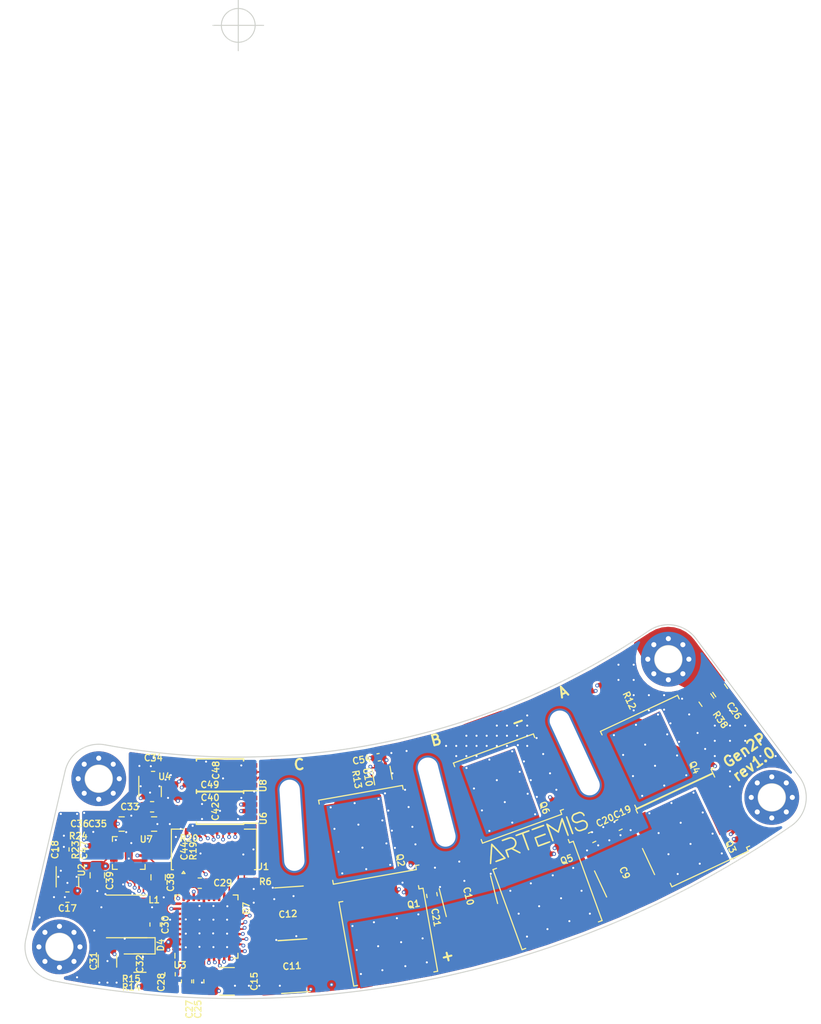
<source format=kicad_pcb>
(kicad_pcb (version 20171130) (host pcbnew "(5.1.10)-1")
  (layers (0 F.Cu signal) (1 In1.Cu signal) (2 In2.Cu signal) (31 B.Cu signal) (34 B.Paste user) (35 F.Paste user) (36 B.SilkS user) (37 F.SilkS user) (38 B.Mask user) (39 F.Mask user) (44 Edge.Cuts user))
  (net 0 "")
  (net 1 +5V)
  (net 2 GND)
  (net 3 +3V3)
  (net 4 "Net-(C28-Pad1)")
  (net 5 VDDA)
  (net 6 GNDA)
  (net 7 "Net-(C47-Pad2)")
  (net 8 /Current_ADC/AIN-)
  (net 9 /Power_Stage/MOTOR_B)
  (net 10 /Current_ADC/CIN-)
  (net 11 /Current_ADC/AIN+)
  (net 12 /Power_Stage/GHA)
  (net 13 /Power_Stage/GHB)
  (net 14 /Current_ADC/CIN+)
  (net 15 /Power_Stage/GHC)
  (net 16 /Power_Stage/GLA)
  (net 17 /Power_Stage/GLB)
  (net 18 /Power_Stage/GLC)
  (net 19 GNDPWR)
  (net 20 /Power_Stage/MOTOR_A)
  (net 21 /Power_Stage/MOTOR_C)
  (net 22 /Power_Stage/SHA)
  (net 23 /Power_Stage/SHC)
  (net 24 +48V)
  (net 25 "Net-(C27-Pad2)")
  (net 26 "Net-(C28-Pad2)")
  (net 27 "Net-(C29-Pad2)")
  (net 28 "Net-(C30-Pad2)")
  (net 29 "Net-(C30-Pad1)")
  (net 30 /Current_ADC/REFA)
  (net 31 /Current_ADC/REFB)
  (net 32 "Net-(C44-Pad2)")
  (net 33 "Net-(C44-Pad1)")
  (net 34 "Net-(C47-Pad1)")
  (net 35 "Net-(R14-Pad1)")
  (net 36 Earth_Protective)
  (net 37 "Net-(U4-Pad3)")
  (net 38 "Net-(U4-Pad2)")
  (net 39 "Net-(U6-Pad1)")
  (net 40 "Net-(U7-Pad12)")
  (net 41 "Net-(U8-Pad1)")
  (net 42 "Net-(R19-Pad2)")
  (net 43 "Net-(R23-Pad2)")
  (net 44 "Net-(U10-Pad3)")
  (net 45 "Net-(J1-Pad20)")
  (net 46 "Net-(H1-Pad1)")
  (net 47 "Net-(H2-Pad1)")
  (net 48 "Net-(H4-Pad1)")
  (net 49 /FAULT)
  (net 50 /PVDDSENSE)
  (net 51 /ENGATE)
  (net 52 /H3)
  (net 53 /H2)
  (net 54 /H1)
  (net 55 /DRV_ENABLE)
  (net 56 /SCS)
  (net 57 /SCLK)
  (net 58 /SDI)
  (net 59 /SDO)
  (net 60 /DOUT)
  (net 61 /CLK)
  (net 62 /~CS)
  (net 63 /DIN)
  (net 64 /I2C_SDA)
  (net 65 /I2C_SCL)
  (module RoMeLa_Motor:RES_W1612_4Terminal (layer F.Cu) (at 109.4 74.6 10)
    (fp_text reference R13 (at 2.317152 0.103948 100) (layer F.SilkS) (effects (font (size 0.635 0.635) (thickness 0.127))))
    (fp_text value 500U)
    (pad 3 smd rect (at 1.0525 -2.325 10) (size 1.5 0.7) (layers F.Cu F.Paste F.Mask) (net 14 /Current_ADC/CIN+))
    (pad 2 smd rect (at -1.0525 -2.325 10) (size 1.5 0.7) (layers F.Cu F.Paste F.Mask) (net 10 /Current_ADC/CIN-))
    (pad 4 smd rect (at 1.0525 0 10) (size 1.5 2.95) (layers F.Cu F.Paste F.Mask) (net 23 /Power_Stage/SHC))
    (pad 1 smd rect (at -1.0525 0 10) (size 1.5 2.95) (layers F.Cu F.Paste F.Mask) (net 21 /Power_Stage/MOTOR_C))
  )
  (module RoMeLa_Motor:RES_W1612_4Terminal (layer F.Cu) (at 136.3 67.4 25)
    (fp_text reference R12 (at 2.431641 0.168437 295) (layer F.SilkS) (effects (font (size 0.635 0.635) (thickness 0.127))))
    (fp_text value 500U)
    (pad 3 smd rect (at 1.0525 -2.325 25) (size 1.5 0.7) (layers F.Cu F.Paste F.Mask) (net 8 /Current_ADC/AIN-))
    (pad 2 smd rect (at -1.0525 -2.325 25) (size 1.5 0.7) (layers F.Cu F.Paste F.Mask) (net 11 /Current_ADC/AIN+))
    (pad 4 smd rect (at 1.0525 0 25) (size 1.5 2.95) (layers F.Cu F.Paste F.Mask) (net 22 /Power_Stage/SHA))
    (pad 1 smd rect (at -1.0525 0 25) (size 1.5 2.95) (layers F.Cu F.Paste F.Mask) (net 20 /Power_Stage/MOTOR_A))
  )
  (module RoMeLa_Motor:Molex_5019122190_2Rows-21Pins_P0.30mm (layer F.Cu) (at 97.6 83.2 90)
    (fp_text reference J1 (at 0.3 4.9 180) (layer F.SilkS) (effects (font (size 0.635 0.635) (thickness 0.127))))
    (fp_text value Conn_01x21)
    (pad MP smd rect (at 0.7 3.65 90) (size 1.6 0.52) (layers F.Cu F.Paste F.Mask))
    (pad MP smd rect (at 0.7 -3.65 90) (size 1.6 0.52) (layers F.Cu F.Paste F.Mask))
    (pad 20 smd rect (at 3.8 2.7 90) (size 0.6 0.3) (layers F.Cu F.Paste F.Mask) (net 45 "Net-(J1-Pad20)"))
    (pad 18 smd rect (at 3.8 2.1 90) (size 0.6 0.3) (layers F.Cu F.Paste F.Mask) (net 65 /I2C_SCL))
    (pad 16 smd rect (at 3.8 1.5 90) (size 0.6 0.3) (layers F.Cu F.Paste F.Mask) (net 64 /I2C_SDA))
    (pad 14 smd rect (at 3.8 0.9 90) (size 0.6 0.3) (layers F.Cu F.Paste F.Mask) (net 60 /DOUT))
    (pad 12 smd rect (at 3.8 0.3 90) (size 0.6 0.3) (layers F.Cu F.Paste F.Mask) (net 61 /CLK))
    (pad 10 smd rect (at 3.8 -0.3 90) (size 0.6 0.3) (layers F.Cu F.Paste F.Mask) (net 62 /~CS))
    (pad 8 smd rect (at 3.8 -0.9 90) (size 0.6 0.3) (layers F.Cu F.Paste F.Mask) (net 63 /DIN))
    (pad 6 smd rect (at 3.8 -1.5 90) (size 0.6 0.3) (layers F.Cu F.Paste F.Mask) (net 1 +5V))
    (pad 4 smd rect (at 3.8 -2.1 90) (size 0.6 0.3) (layers F.Cu F.Paste F.Mask) (net 2 GND))
    (pad 2 smd rect (at 3.8 -2.7 90) (size 0.6 0.3) (layers F.Cu F.Paste F.Mask) (net 3 +3V3))
    (pad 21 smd rect (at 0.5 3 90) (size 1 0.3) (layers F.Cu F.Paste F.Mask) (net 50 /PVDDSENSE))
    (pad 19 smd rect (at 0.5 2.4 90) (size 1 0.3) (layers F.Cu F.Paste F.Mask) (net 49 /FAULT))
    (pad 17 smd rect (at 0.5 1.8 90) (size 1 0.3) (layers F.Cu F.Paste F.Mask) (net 59 /SDO))
    (pad 15 smd rect (at 0.5 1.2 90) (size 1 0.3) (layers F.Cu F.Paste F.Mask) (net 58 /SDI))
    (pad 13 smd rect (at 0.5 0.6 90) (size 1 0.3) (layers F.Cu F.Paste F.Mask) (net 57 /SCLK))
    (pad 11 smd rect (at 0.5 0 90) (size 1 0.3) (layers F.Cu F.Paste F.Mask) (net 56 /SCS))
    (pad 9 smd rect (at 0.5 -0.6 90) (size 1 0.3) (layers F.Cu F.Paste F.Mask) (net 55 /DRV_ENABLE))
    (pad 7 smd rect (at 0.5 -1.2 90) (size 1 0.3) (layers F.Cu F.Paste F.Mask) (net 54 /H1))
    (pad 5 smd rect (at 0.5 -1.8 90) (size 1 0.3) (layers F.Cu F.Paste F.Mask) (net 53 /H2))
    (pad 3 smd rect (at 0.5 -2.4 90) (size 1 0.3) (layers F.Cu F.Paste F.Mask) (net 52 /H3))
    (pad 1 smd rect (at 0.5 -3 90) (size 1 0.3) (layers F.Cu F.Paste F.Mask) (net 51 /ENGATE))
  )
  (module RoMeLa_Motor:artemis_logo_small (layer F.Cu) (at 129.4 79.975 20)
    (fp_text reference G1 hide)
    (fp_text value ARTEMIS hide)
  )
  (module NetTie:NetTie-2_SMD_Pad0.5mm (layer B.Cu) (at 89.2 81.6 90)
    (fp_text reference R16 hide)
    (fp_text value 0)
    (fp_poly (pts (xy -0.5 0.25) (xy 0.5 0.25) (xy 0.5 -0.25) (xy -0.5 -0.25)) (layer B.Cu) (width 0))
    (pad 1 smd circle (at -0.5 0 90) (size 0.5 0.5) (layers B.Cu) (net 2 GND))
    (pad 2 smd circle (at 0.5 0 90) (size 0.5 0.5) (layers B.Cu) (net 6 GNDA))
  )
  (module RoMeLa_Motor:L_Taiyo-Yuden_DND4040WK (layer F.Cu) (at 89 87.8 180)
    (fp_text reference L1 (at -2.7 1.625 180) (layer F.SilkS) (effects (font (size 0.635 0.635) (thickness 0.127))))
    (fp_text value 22uH)
    (pad 2 smd rect (at 1.4 0 180) (size 1.2 3.7) (layers F.Cu F.Paste F.Mask) (net 1 +5V))
    (pad 1 smd rect (at -1.4 0 180) (size 1.2 3.7) (layers F.Cu F.Paste F.Mask) (net 29 "Net-(C30-Pad1)"))
  )
  (module NetTie:NetTie-2_SMD_Pad0.5mm (layer B.Cu) (at 94.2 94)
    (fp_text reference R8 hide)
    (fp_text value 0)
    (fp_poly (pts (xy -0.5 0.25) (xy 0.5 0.25) (xy 0.5 -0.25) (xy -0.5 -0.25)) (layer B.Cu) (width 0))
    (pad 2 smd circle (at 0.5 0) (size 0.5 0.5) (layers B.Cu) (net 19 GNDPWR))
    (pad 1 smd circle (at -0.5 0) (size 0.5 0.5) (layers B.Cu) (net 2 GND))
  )
  (module Capacitor_SMD:C_0603_1608Metric (layer F.Cu) (at 94.9 94.2 90)
    (fp_text reference C27 (at -2.75 0.275 90) (layer F.SilkS) (effects (font (size 0.635 0.635) (thickness 0.127))))
    (fp_text value "2.2uF 16v")
    (pad 2 smd roundrect (at 0.775 0 90) (size 0.9 0.95) (layers F.Cu F.Paste F.Mask) (net 25 "Net-(C27-Pad2)"))
    (pad 1 smd roundrect (at -0.775 0 90) (size 0.9 0.95) (layers F.Cu F.Paste F.Mask) (net 24 +48V))
  )
  (module RoMeLa_Motor:motor_winding_oval_3mm (layer F.Cu) (at 105.497857 81.815484 3.8)
    (fp_text reference P2 hide)
    (fp_text value MT_C)
    (pad 1 thru_hole oval (at 0 -3 3.8) (size 2.4 9.4) (drill oval 2 9) (layers *.Cu) (net 21 /Power_Stage/MOTOR_C))
    (pad 1 smd oval (at 0 -3 3.8) (size 4 11) (layers F.Cu F.Mask) (net 21 /Power_Stage/MOTOR_C))
  )
  (module RoMeLa_Motor:DFNW8_8.3x8.4_short (layer F.Cu) (at 126.6 75.2 200)
    (fp_text reference Q6 (at -2.733055 -3.016688 110) (layer F.SilkS) (effects (font (size 0.635 0.635) (thickness 0.127))))
    (fp_text value NMOS)
    (pad 3 smd custom (at 0.8 0 200) (size 5.5 7) (layers B.Cu B.Mask) (net 9 /Power_Stage/MOTOR_B) (options (clearance outline) (anchor rect)) (primitives))
    (pad 2 smd rect (at -4 3 200) (size 1.1 1.25) (layers F.Cu F.Paste F.Mask) (net 19 GNDPWR))
    (pad 2 smd rect (at -4 1 200) (size 1.1 1.25) (layers F.Cu F.Paste F.Mask) (net 19 GNDPWR))
    (pad 2 smd rect (at -4 -1 200) (size 1.1 1.25) (layers F.Cu F.Paste F.Mask) (net 19 GNDPWR))
    (pad 3 thru_hole circle (at 3.15 1.15 200) (size 0.4 0.4) (drill 0.2032) (layers *.Cu) (net 9 /Power_Stage/MOTOR_B))
    (pad 3 thru_hole circle (at 3.15 3.3 200) (size 0.4 0.4) (drill 0.2032) (layers *.Cu) (net 9 /Power_Stage/MOTOR_B))
    (pad 3 thru_hole circle (at 0.75 3.3 200) (size 0.4 0.4) (drill 0.2032) (layers *.Cu) (net 9 /Power_Stage/MOTOR_B))
    (pad 3 thru_hole circle (at -1.65 3.3 200) (size 0.4 0.4) (drill 0.2032) (layers *.Cu) (net 9 /Power_Stage/MOTOR_B))
    (pad 3 thru_hole circle (at -1.65 1.15 200) (size 0.4 0.4) (drill 0.2032) (layers *.Cu) (net 9 /Power_Stage/MOTOR_B))
    (pad 3 thru_hole circle (at 0.75 1.15 200) (size 0.4 0.4) (drill 0.2032) (layers *.Cu) (net 9 /Power_Stage/MOTOR_B))
    (pad 3 thru_hole circle (at 3.15 -1.15 200) (size 0.4 0.4) (drill 0.2032) (layers *.Cu) (net 9 /Power_Stage/MOTOR_B))
    (pad 3 thru_hole circle (at 3.15 -3.3 200) (size 0.4 0.4) (drill 0.2032) (layers *.Cu) (net 9 /Power_Stage/MOTOR_B))
    (pad 3 thru_hole circle (at 0.75 -3.3 200) (size 0.4 0.4) (drill 0.2032) (layers *.Cu) (net 9 /Power_Stage/MOTOR_B))
    (pad 3 thru_hole circle (at -1.65 -3.3 200) (size 0.4 0.4) (drill 0.2032) (layers *.Cu) (net 9 /Power_Stage/MOTOR_B))
    (pad 3 thru_hole circle (at -1.65 -1.15 200) (size 0.4 0.4) (drill 0.2032) (layers *.Cu) (net 9 /Power_Stage/MOTOR_B))
    (pad 3 thru_hole circle (at 0.75 -1.15 200) (size 0.4 0.4) (drill 0.2032) (layers *.Cu) (net 9 /Power_Stage/MOTOR_B))
    (pad 3 smd custom (at 0.8 0 200) (size 5.5 7) (layers F.Cu F.Mask) (net 9 /Power_Stage/MOTOR_B) (options (clearance outline) (anchor rect)) (primitives (gr_poly (pts (xy 2.65 -3.625) (xy 3.75 -3.625) (xy 3.75 -2.375) (xy 2.65 -2.375)) (width 0)) (gr_poly (pts (xy 2.65 -1.625) (xy 3.75 -1.625) (xy 3.75 -0.375) (xy 2.65 -0.375)) (width 0)) (gr_poly (pts (xy 2.65 0.375) (xy 3.75 0.375) (xy 3.75 1.625) (xy 2.65 1.625)) (width 0)) (gr_poly (pts (xy 2.65 2.375) (xy 3.75 2.375) (xy 3.75 3.625) (xy 2.65 3.625)) (width 0))))
    (pad 1 smd rect (at -4 -3 200) (size 1.1 1.25) (layers F.Cu F.Paste F.Mask) (net 17 /Power_Stage/GLB))
  )
  (module RoMeLa_Motor:DFNW8_8.3x8.4_short (layer F.Cu) (at 130.5 85.7 290)
    (fp_text reference Q5 (at -2.639086 -2.982486 200) (layer F.SilkS) (effects (font (size 0.635 0.635) (thickness 0.127))))
    (fp_text value NMOS)
    (pad 3 smd custom (at 0.8 0 290) (size 5.5 7) (layers B.Cu B.Mask) (net 24 +48V) (options (clearance outline) (anchor rect)) (primitives))
    (pad 2 smd rect (at -4 3 290) (size 1.1 1.25) (layers F.Cu F.Paste F.Mask) (net 9 /Power_Stage/MOTOR_B))
    (pad 2 smd rect (at -4 1 290) (size 1.1 1.25) (layers F.Cu F.Paste F.Mask) (net 9 /Power_Stage/MOTOR_B))
    (pad 2 smd rect (at -4 -1 290) (size 1.1 1.25) (layers F.Cu F.Paste F.Mask) (net 9 /Power_Stage/MOTOR_B))
    (pad 3 thru_hole circle (at 3.15 1.15 290) (size 0.4 0.4) (drill 0.2032) (layers *.Cu) (net 24 +48V))
    (pad 3 thru_hole circle (at 3.15 3.3 290) (size 0.4 0.4) (drill 0.2032) (layers *.Cu) (net 24 +48V))
    (pad 3 thru_hole circle (at 0.75 3.3 290) (size 0.4 0.4) (drill 0.2032) (layers *.Cu) (net 24 +48V))
    (pad 3 thru_hole circle (at -1.65 3.3 290) (size 0.4 0.4) (drill 0.2032) (layers *.Cu) (net 24 +48V))
    (pad 3 thru_hole circle (at -1.65 1.15 290) (size 0.4 0.4) (drill 0.2032) (layers *.Cu) (net 24 +48V))
    (pad 3 thru_hole circle (at 0.75 1.15 290) (size 0.4 0.4) (drill 0.2032) (layers *.Cu) (net 24 +48V))
    (pad 3 thru_hole circle (at 3.15 -1.15 290) (size 0.4 0.4) (drill 0.2032) (layers *.Cu) (net 24 +48V))
    (pad 3 thru_hole circle (at 3.15 -3.3 290) (size 0.4 0.4) (drill 0.2032) (layers *.Cu) (net 24 +48V))
    (pad 3 thru_hole circle (at 0.75 -3.3 290) (size 0.4 0.4) (drill 0.2032) (layers *.Cu) (net 24 +48V))
    (pad 3 thru_hole circle (at -1.65 -3.3 290) (size 0.4 0.4) (drill 0.2032) (layers *.Cu) (net 24 +48V))
    (pad 3 thru_hole circle (at -1.65 -1.15 290) (size 0.4 0.4) (drill 0.2032) (layers *.Cu) (net 24 +48V))
    (pad 3 thru_hole circle (at 0.75 -1.15 290) (size 0.4 0.4) (drill 0.2032) (layers *.Cu) (net 24 +48V))
    (pad 3 smd custom (at 0.8 0 290) (size 5.5 7) (layers F.Cu F.Mask) (net 24 +48V) (options (clearance outline) (anchor rect)) (primitives (gr_poly (pts (xy 2.65 -3.625) (xy 3.75 -3.625) (xy 3.75 -2.375) (xy 2.65 -2.375)) (width 0)) (gr_poly (pts (xy 2.65 -1.625) (xy 3.75 -1.625) (xy 3.75 -0.375) (xy 2.65 -0.375)) (width 0)) (gr_poly (pts (xy 2.65 0.375) (xy 3.75 0.375) (xy 3.75 1.625) (xy 2.65 1.625)) (width 0)) (gr_poly (pts (xy 2.65 2.375) (xy 3.75 2.375) (xy 3.75 3.625) (xy 2.65 3.625)) (width 0))))
    (pad 1 smd rect (at -4 -3 290) (size 1.1 1.25) (layers F.Cu F.Paste F.Mask) (net 13 /Power_Stage/GHB))
  )
  (module RoMeLa_Motor:DFNW8_8.3x8.4_short (layer F.Cu) (at 141.3 71.6 205)
    (fp_text reference Q4 (at -2.697115 -2.94282 115) (layer F.SilkS) (effects (font (size 0.635 0.635) (thickness 0.127))))
    (fp_text value NMOS)
    (pad 3 smd custom (at 0.8 0 205) (size 5.5 7) (layers B.Cu B.Mask) (net 22 /Power_Stage/SHA) (options (clearance outline) (anchor rect)) (primitives))
    (pad 2 smd rect (at -4 3 205) (size 1.1 1.25) (layers F.Cu F.Paste F.Mask) (net 19 GNDPWR))
    (pad 2 smd rect (at -4 1 205) (size 1.1 1.25) (layers F.Cu F.Paste F.Mask) (net 19 GNDPWR))
    (pad 2 smd rect (at -4 -1 205) (size 1.1 1.25) (layers F.Cu F.Paste F.Mask) (net 19 GNDPWR))
    (pad 3 thru_hole circle (at 3.15 1.15 205) (size 0.4 0.4) (drill 0.2032) (layers *.Cu) (net 22 /Power_Stage/SHA))
    (pad 3 thru_hole circle (at 3.15 3.3 205) (size 0.4 0.4) (drill 0.2032) (layers *.Cu) (net 22 /Power_Stage/SHA))
    (pad 3 thru_hole circle (at 0.75 3.3 205) (size 0.4 0.4) (drill 0.2032) (layers *.Cu) (net 22 /Power_Stage/SHA))
    (pad 3 thru_hole circle (at -1.65 3.3 205) (size 0.4 0.4) (drill 0.2032) (layers *.Cu) (net 22 /Power_Stage/SHA))
    (pad 3 thru_hole circle (at -1.65 1.15 205) (size 0.4 0.4) (drill 0.2032) (layers *.Cu) (net 22 /Power_Stage/SHA))
    (pad 3 thru_hole circle (at 0.75 1.15 205) (size 0.4 0.4) (drill 0.2032) (layers *.Cu) (net 22 /Power_Stage/SHA))
    (pad 3 thru_hole circle (at 3.15 -1.15 205) (size 0.4 0.4) (drill 0.2032) (layers *.Cu) (net 22 /Power_Stage/SHA))
    (pad 3 thru_hole circle (at 3.15 -3.3 205) (size 0.4 0.4) (drill 0.2032) (layers *.Cu) (net 22 /Power_Stage/SHA))
    (pad 3 thru_hole circle (at 0.75 -3.3 205) (size 0.4 0.4) (drill 0.2032) (layers *.Cu) (net 22 /Power_Stage/SHA))
    (pad 3 thru_hole circle (at -1.65 -3.3 205) (size 0.4 0.4) (drill 0.2032) (layers *.Cu) (net 22 /Power_Stage/SHA))
    (pad 3 thru_hole circle (at -1.65 -1.15 205) (size 0.4 0.4) (drill 0.2032) (layers *.Cu) (net 22 /Power_Stage/SHA))
    (pad 3 thru_hole circle (at 0.75 -1.15 205) (size 0.4 0.4) (drill 0.2032) (layers *.Cu) (net 22 /Power_Stage/SHA))
    (pad 3 smd custom (at 0.8 0 205) (size 5.5 7) (layers F.Cu F.Mask) (net 22 /Power_Stage/SHA) (options (clearance outline) (anchor rect)) (primitives (gr_poly (pts (xy 2.65 -3.625) (xy 3.75 -3.625) (xy 3.75 -2.375) (xy 2.65 -2.375)) (width 0)) (gr_poly (pts (xy 2.65 -1.625) (xy 3.75 -1.625) (xy 3.75 -0.375) (xy 2.65 -0.375)) (width 0)) (gr_poly (pts (xy 2.65 0.375) (xy 3.75 0.375) (xy 3.75 1.625) (xy 2.65 1.625)) (width 0)) (gr_poly (pts (xy 2.65 2.375) (xy 3.75 2.375) (xy 3.75 3.625) (xy 2.65 3.625)) (width 0))))
    (pad 1 smd rect (at -4 -3 205) (size 1.1 1.25) (layers F.Cu F.Paste F.Mask) (net 16 /Power_Stage/GLA))
  )
  (module RoMeLa_Motor:DFNW8_8.3x8.4_short (layer F.Cu) (at 144.8 79.3 205)
    (fp_text reference Q3 (at -2.727499 -3.075834 115) (layer F.SilkS) (effects (font (size 0.635 0.635) (thickness 0.127))))
    (fp_text value NMOS)
    (pad 3 smd custom (at 0.8 0 205) (size 5.5 7) (layers B.Cu B.Mask) (net 24 +48V) (options (clearance outline) (anchor rect)) (primitives))
    (pad 2 smd rect (at -4 3 205) (size 1.1 1.25) (layers F.Cu F.Paste F.Mask) (net 22 /Power_Stage/SHA))
    (pad 2 smd rect (at -4 1 205) (size 1.1 1.25) (layers F.Cu F.Paste F.Mask) (net 22 /Power_Stage/SHA))
    (pad 2 smd rect (at -4 -1 205) (size 1.1 1.25) (layers F.Cu F.Paste F.Mask) (net 22 /Power_Stage/SHA))
    (pad 3 thru_hole circle (at 3.15 1.15 205) (size 0.4 0.4) (drill 0.2032) (layers *.Cu) (net 24 +48V))
    (pad 3 thru_hole circle (at 3.15 3.3 205) (size 0.4 0.4) (drill 0.2032) (layers *.Cu) (net 24 +48V))
    (pad 3 thru_hole circle (at 0.75 3.3 205) (size 0.4 0.4) (drill 0.2032) (layers *.Cu) (net 24 +48V))
    (pad 3 thru_hole circle (at -1.65 3.3 205) (size 0.4 0.4) (drill 0.2032) (layers *.Cu) (net 24 +48V))
    (pad 3 thru_hole circle (at -1.65 1.15 205) (size 0.4 0.4) (drill 0.2032) (layers *.Cu) (net 24 +48V))
    (pad 3 thru_hole circle (at 0.75 1.15 205) (size 0.4 0.4) (drill 0.2032) (layers *.Cu) (net 24 +48V))
    (pad 3 thru_hole circle (at 3.15 -1.15 205) (size 0.4 0.4) (drill 0.2032) (layers *.Cu) (net 24 +48V))
    (pad 3 thru_hole circle (at 3.15 -3.3 205) (size 0.4 0.4) (drill 0.2032) (layers *.Cu) (net 24 +48V))
    (pad 3 thru_hole circle (at 0.75 -3.3 205) (size 0.4 0.4) (drill 0.2032) (layers *.Cu) (net 24 +48V))
    (pad 3 thru_hole circle (at -1.65 -3.3 205) (size 0.4 0.4) (drill 0.2032) (layers *.Cu) (net 24 +48V))
    (pad 3 thru_hole circle (at -1.65 -1.15 205) (size 0.4 0.4) (drill 0.2032) (layers *.Cu) (net 24 +48V))
    (pad 3 thru_hole circle (at 0.75 -1.15 205) (size 0.4 0.4) (drill 0.2032) (layers *.Cu) (net 24 +48V))
    (pad 3 smd custom (at 0.8 0 205) (size 5.5 7) (layers F.Cu F.Mask) (net 24 +48V) (options (clearance outline) (anchor rect)) (primitives (gr_poly (pts (xy 2.65 -3.625) (xy 3.75 -3.625) (xy 3.75 -2.375) (xy 2.65 -2.375)) (width 0)) (gr_poly (pts (xy 2.65 -1.625) (xy 3.75 -1.625) (xy 3.75 -0.375) (xy 2.65 -0.375)) (width 0)) (gr_poly (pts (xy 2.65 0.375) (xy 3.75 0.375) (xy 3.75 1.625) (xy 2.65 1.625)) (width 0)) (gr_poly (pts (xy 2.65 2.375) (xy 3.75 2.375) (xy 3.75 3.625) (xy 2.65 3.625)) (width 0))))
    (pad 1 smd rect (at -4 -3 205) (size 1.1 1.25) (layers F.Cu F.Paste F.Mask) (net 12 /Power_Stage/GHA))
  )
  (module RoMeLa_Motor:DFNW8_8.3x8.4_short (layer F.Cu) (at 112.787846 79.761081 190)
    (fp_text reference Q2 (at -2.717264 -3.017694 100) (layer F.SilkS) (effects (font (size 0.635 0.635) (thickness 0.127))))
    (fp_text value NMOS)
    (pad 3 smd custom (at 0.8 0 190) (size 5.5 7) (layers B.Cu B.Mask) (net 23 /Power_Stage/SHC) (options (clearance outline) (anchor rect)) (primitives))
    (pad 2 smd rect (at -4 3 190) (size 1.1 1.25) (layers F.Cu F.Paste F.Mask) (net 19 GNDPWR))
    (pad 2 smd rect (at -4 1 190) (size 1.1 1.25) (layers F.Cu F.Paste F.Mask) (net 19 GNDPWR))
    (pad 2 smd rect (at -4 -1 190) (size 1.1 1.25) (layers F.Cu F.Paste F.Mask) (net 19 GNDPWR))
    (pad 3 thru_hole circle (at 3.15 1.15 190) (size 0.4 0.4) (drill 0.2032) (layers *.Cu) (net 23 /Power_Stage/SHC))
    (pad 3 thru_hole circle (at 3.15 3.3 190) (size 0.4 0.4) (drill 0.2032) (layers *.Cu) (net 23 /Power_Stage/SHC))
    (pad 3 thru_hole circle (at 0.75 3.3 190) (size 0.4 0.4) (drill 0.2032) (layers *.Cu) (net 23 /Power_Stage/SHC))
    (pad 3 thru_hole circle (at -1.65 3.3 190) (size 0.4 0.4) (drill 0.2032) (layers *.Cu) (net 23 /Power_Stage/SHC))
    (pad 3 thru_hole circle (at -1.65 1.15 190) (size 0.4 0.4) (drill 0.2032) (layers *.Cu) (net 23 /Power_Stage/SHC))
    (pad 3 thru_hole circle (at 0.75 1.15 190) (size 0.4 0.4) (drill 0.2032) (layers *.Cu) (net 23 /Power_Stage/SHC))
    (pad 3 thru_hole circle (at 3.15 -1.15 190) (size 0.4 0.4) (drill 0.2032) (layers *.Cu) (net 23 /Power_Stage/SHC))
    (pad 3 thru_hole circle (at 3.15 -3.3 190) (size 0.4 0.4) (drill 0.2032) (layers *.Cu) (net 23 /Power_Stage/SHC))
    (pad 3 thru_hole circle (at 0.75 -3.3 190) (size 0.4 0.4) (drill 0.2032) (layers *.Cu) (net 23 /Power_Stage/SHC))
    (pad 3 thru_hole circle (at -1.65 -3.3 190) (size 0.4 0.4) (drill 0.2032) (layers *.Cu) (net 23 /Power_Stage/SHC))
    (pad 3 thru_hole circle (at -1.65 -1.15 190) (size 0.4 0.4) (drill 0.2032) (layers *.Cu) (net 23 /Power_Stage/SHC))
    (pad 3 thru_hole circle (at 0.75 -1.15 190) (size 0.4 0.4) (drill 0.2032) (layers *.Cu) (net 23 /Power_Stage/SHC))
    (pad 3 smd custom (at 0.8 0 190) (size 5.5 7) (layers F.Cu F.Mask) (net 23 /Power_Stage/SHC) (options (clearance outline) (anchor rect)) (primitives (gr_poly (pts (xy 2.65 -3.625) (xy 3.75 -3.625) (xy 3.75 -2.375) (xy 2.65 -2.375)) (width 0)) (gr_poly (pts (xy 2.65 -1.625) (xy 3.75 -1.625) (xy 3.75 -0.375) (xy 2.65 -0.375)) (width 0)) (gr_poly (pts (xy 2.65 0.375) (xy 3.75 0.375) (xy 3.75 1.625) (xy 2.65 1.625)) (width 0)) (gr_poly (pts (xy 2.65 2.375) (xy 3.75 2.375) (xy 3.75 3.625) (xy 2.65 3.625)) (width 0))))
    (pad 1 smd rect (at -4 -3 190) (size 1.1 1.25) (layers F.Cu F.Paste F.Mask) (net 18 /Power_Stage/GLC))
  )
  (module RoMeLa_Motor:DFNW8_8.3x8.4_short (layer F.Cu) (at 114.8 89.8 280)
    (fp_text reference Q1 (at -2.717264 -3.017694 190) (layer F.SilkS) (effects (font (size 0.635 0.635) (thickness 0.127))))
    (fp_text value NMOS)
    (pad 3 smd custom (at 0.8 0 280) (size 5.5 7) (layers B.Cu B.Mask) (net 24 +48V) (options (clearance outline) (anchor rect)) (primitives))
    (pad 2 smd rect (at -4 3 280) (size 1.1 1.25) (layers F.Cu F.Paste F.Mask) (net 23 /Power_Stage/SHC))
    (pad 2 smd rect (at -4 1 280) (size 1.1 1.25) (layers F.Cu F.Paste F.Mask) (net 23 /Power_Stage/SHC))
    (pad 2 smd rect (at -4 -1 280) (size 1.1 1.25) (layers F.Cu F.Paste F.Mask) (net 23 /Power_Stage/SHC))
    (pad 3 thru_hole circle (at 3.15 1.15 280) (size 0.4 0.4) (drill 0.2032) (layers *.Cu) (net 24 +48V))
    (pad 3 thru_hole circle (at 3.15 3.3 280) (size 0.4 0.4) (drill 0.2032) (layers *.Cu) (net 24 +48V))
    (pad 3 thru_hole circle (at 0.75 3.3 280) (size 0.4 0.4) (drill 0.2032) (layers *.Cu) (net 24 +48V))
    (pad 3 thru_hole circle (at -1.65 3.3 280) (size 0.4 0.4) (drill 0.2032) (layers *.Cu) (net 24 +48V))
    (pad 3 thru_hole circle (at -1.65 1.15 280) (size 0.4 0.4) (drill 0.2032) (layers *.Cu) (net 24 +48V))
    (pad 3 thru_hole circle (at 0.75 1.15 280) (size 0.4 0.4) (drill 0.2032) (layers *.Cu) (net 24 +48V))
    (pad 3 thru_hole circle (at 3.15 -1.15 280) (size 0.4 0.4) (drill 0.2032) (layers *.Cu) (net 24 +48V))
    (pad 3 thru_hole circle (at 3.15 -3.3 280) (size 0.4 0.4) (drill 0.2032) (layers *.Cu) (net 24 +48V))
    (pad 3 thru_hole circle (at 0.75 -3.3 280) (size 0.4 0.4) (drill 0.2032) (layers *.Cu) (net 24 +48V))
    (pad 3 thru_hole circle (at -1.65 -3.3 280) (size 0.4 0.4) (drill 0.2032) (layers *.Cu) (net 24 +48V))
    (pad 3 thru_hole circle (at -1.65 -1.15 280) (size 0.4 0.4) (drill 0.2032) (layers *.Cu) (net 24 +48V))
    (pad 3 thru_hole circle (at 0.75 -1.15 280) (size 0.4 0.4) (drill 0.2032) (layers *.Cu) (net 24 +48V))
    (pad 3 smd custom (at 0.8 0 280) (size 5.5 7) (layers F.Cu F.Mask) (net 24 +48V) (options (clearance outline) (anchor rect)) (primitives (gr_poly (pts (xy 2.65 -3.625) (xy 3.75 -3.625) (xy 3.75 -2.375) (xy 2.65 -2.375)) (width 0)) (gr_poly (pts (xy 2.65 -1.625) (xy 3.75 -1.625) (xy 3.75 -0.375) (xy 2.65 -0.375)) (width 0)) (gr_poly (pts (xy 2.65 0.375) (xy 3.75 0.375) (xy 3.75 1.625) (xy 2.65 1.625)) (width 0)) (gr_poly (pts (xy 2.65 2.375) (xy 3.75 2.375) (xy 3.75 3.625) (xy 2.65 3.625)) (width 0))))
    (pad 1 smd rect (at -4 -3 280) (size 1.1 1.25) (layers F.Cu F.Paste F.Mask) (net 15 /Power_Stage/GHC))
  )
  (module Capacitor_SMD:C_1210_3225Metric (layer F.Cu) (at 98.9 94.2)
    (fp_text reference C15 (at 2.675 0 90) (layer F.SilkS) (effects (font (size 0.635 0.635) (thickness 0.127))))
    (fp_text value "10uF 100v")
    (pad 2 smd roundrect (at 1.475 0) (size 1.15 2.7) (layers F.Cu F.Paste F.Mask) (roundrect_rratio 0.2173904347826087) (net 19 GNDPWR))
    (pad 1 smd roundrect (at -1.475 0) (size 1.15 2.7) (layers F.Cu F.Paste F.Mask) (roundrect_rratio 0.2173904347826087) (net 24 +48V))
  )
  (module RoMeLa_Motor:SOT-563 (layer F.Cu) (at 114.186433 73.794936 100)
    (fp_text reference U10 (at -0.030716 -1.438623 100) (layer F.SilkS) (effects (font (size 0.635 0.635) (thickness 0.127))))
    (fp_text value TMP112)
    (pad 5 smd rect (at 0.74 0 100) (size 0.67 0.3) (layers F.Cu F.Paste F.Mask) (net 3 +3V3))
    (pad 4 smd rect (at 0.74 0.5 100) (size 0.67 0.3) (layers F.Cu F.Paste F.Mask) (net 2 GND))
    (pad 2 smd rect (at -0.74 0 100) (size 0.67 0.3) (layers F.Cu F.Paste F.Mask) (net 2 GND))
    (pad 6 smd rect (at 0.74 -0.5 100) (size 0.67 0.3) (layers F.Cu F.Paste F.Mask) (net 64 /I2C_SDA))
    (pad 3 smd rect (at -0.74 0.5 100) (size 0.67 0.3) (layers F.Cu F.Paste F.Mask) (net 44 "Net-(U10-Pad3)"))
    (pad 1 smd rect (at -0.74 -0.5 100) (size 0.67 0.3) (layers F.Cu F.Paste F.Mask) (net 65 /I2C_SCL))
  )
  (module Capacitor_SMD:C_0402_1005Metric (layer F.Cu) (at 113.850102 72.11786 10)
    (fp_text reference C54 (at -1.694305 -0.037645 10) (layer F.SilkS) (effects (font (size 0.635 0.635) (thickness 0.127))))
    (fp_text value 104)
    (pad 2 smd roundrect (at 0.48 0 10) (size 0.56 0.62) (layers F.Cu F.Paste F.Mask) (net 2 GND))
    (pad 1 smd roundrect (at -0.48 0 10) (size 0.56 0.62) (layers F.Cu F.Paste F.Mask) (net 3 +3V3))
  )
  (module RoMeLa_Motor:motor_winding_oval_3mm (layer F.Cu) (at 120.309387 79.44513 14.3)
    (fp_text reference P4 hide)
    (fp_text value MT_B)
    (pad 1 thru_hole oval (at 0 -3 14.3) (size 2.4 9.4) (drill oval 2 9) (layers *.Cu) (net 9 /Power_Stage/MOTOR_B))
    (pad 1 smd oval (at 0 -3 14.3) (size 4 11) (layers F.Cu F.Mask) (net 9 /Power_Stage/MOTOR_B))
  )
  (module RoMeLa_Motor:motor_winding_oval_3mm (layer F.Cu) (at 134.441319 74.416365 24.8)
    (fp_text reference P3 hide)
    (fp_text value MT_A)
    (pad 1 thru_hole oval (at 0 -3 24.8) (size 2.4 9.4) (drill oval 2 9) (layers *.Cu) (net 20 /Power_Stage/MOTOR_A))
    (pad 1 smd oval (at 0 -3 24.8) (size 4 11) (layers F.Cu F.Mask) (net 20 /Power_Stage/MOTOR_A))
  )
  (module Resistor_SMD:R_0402_1005Metric (layer F.Cu) (at 86 79.9 180)
    (fp_text reference R24 (at 1.775 0.025 180) (layer F.SilkS) (effects (font (size 0.635 0.635) (thickness 0.127))))
    (fp_text value 33)
    (pad 2 smd roundrect (at 0.485 0 180) (size 0.59 0.64) (layers F.Cu F.Paste F.Mask) (net 6 GNDA))
    (pad 1 smd roundrect (at -0.485 0 180) (size 0.59 0.64) (layers F.Cu F.Paste F.Mask) (net 7 "Net-(C47-Pad2)"))
  )
  (module MountingHole:MountingHole_2.7mm_M2.5_Pad_Via (layer F.Cu) (at 152.620566 76.074476)
    (fp_text reference H4 hide)
    (fp_text value MT)
    (pad 1 thru_hole circle (at 1.431891 -1.431891) (size 0.8 0.8) (drill 0.5) (layers *.Cu *.Mask) (net 48 "Net-(H4-Pad1)"))
    (pad 1 thru_hole circle (at 0 -2.025) (size 0.8 0.8) (drill 0.5) (layers *.Cu *.Mask) (net 48 "Net-(H4-Pad1)"))
    (pad 1 thru_hole circle (at -1.431891 -1.431891) (size 0.8 0.8) (drill 0.5) (layers *.Cu *.Mask) (net 48 "Net-(H4-Pad1)"))
    (pad 1 thru_hole circle (at -2.025 0) (size 0.8 0.8) (drill 0.5) (layers *.Cu *.Mask) (net 48 "Net-(H4-Pad1)"))
    (pad 1 thru_hole circle (at -1.431891 1.431891) (size 0.8 0.8) (drill 0.5) (layers *.Cu *.Mask) (net 48 "Net-(H4-Pad1)"))
    (pad 1 thru_hole circle (at 0 2.025) (size 0.8 0.8) (drill 0.5) (layers *.Cu *.Mask) (net 48 "Net-(H4-Pad1)"))
    (pad 1 thru_hole circle (at 1.431891 1.431891) (size 0.8 0.8) (drill 0.5) (layers *.Cu *.Mask) (net 48 "Net-(H4-Pad1)"))
    (pad 1 thru_hole circle (at 2.025 0) (size 0.8 0.8) (drill 0.5) (layers *.Cu *.Mask) (net 48 "Net-(H4-Pad1)"))
    (pad 1 thru_hole circle (at 0 0) (size 5.4 5.4) (drill 2.7) (layers *.Cu *.Mask) (net 48 "Net-(H4-Pad1)"))
  )
  (module MountingHole:MountingHole_2.7mm_M2.5_Pad_Via (layer F.Cu) (at 142.418713 62.457207)
    (fp_text reference H3 hide)
    (fp_text value MT)
    (pad 1 thru_hole circle (at 1.431891 -1.431891) (size 0.8 0.8) (drill 0.5) (layers *.Cu *.Mask) (net 36 Earth_Protective))
    (pad 1 thru_hole circle (at 0 -2.025) (size 0.8 0.8) (drill 0.5) (layers *.Cu *.Mask) (net 36 Earth_Protective))
    (pad 1 thru_hole circle (at -1.431891 -1.431891) (size 0.8 0.8) (drill 0.5) (layers *.Cu *.Mask) (net 36 Earth_Protective))
    (pad 1 thru_hole circle (at -2.025 0) (size 0.8 0.8) (drill 0.5) (layers *.Cu *.Mask) (net 36 Earth_Protective))
    (pad 1 thru_hole circle (at -1.431891 1.431891) (size 0.8 0.8) (drill 0.5) (layers *.Cu *.Mask) (net 36 Earth_Protective))
    (pad 1 thru_hole circle (at 0 2.025) (size 0.8 0.8) (drill 0.5) (layers *.Cu *.Mask) (net 36 Earth_Protective))
    (pad 1 thru_hole circle (at 1.431891 1.431891) (size 0.8 0.8) (drill 0.5) (layers *.Cu *.Mask) (net 36 Earth_Protective))
    (pad 1 thru_hole circle (at 2.025 0) (size 0.8 0.8) (drill 0.5) (layers *.Cu *.Mask) (net 36 Earth_Protective))
    (pad 1 thru_hole circle (at 0 0) (size 5.4 5.4) (drill 2.7) (layers *.Cu *.Mask) (net 36 Earth_Protective))
  )
  (module MountingHole:MountingHole_2.7mm_M2.5_Pad_Via (layer F.Cu) (at 82.363584 90.803121)
    (fp_text reference H2 hide)
    (fp_text value MT)
    (pad 1 thru_hole circle (at 1.431891 -1.431891) (size 0.8 0.8) (drill 0.5) (layers *.Cu *.Mask) (net 47 "Net-(H2-Pad1)"))
    (pad 1 thru_hole circle (at 0 -2.025) (size 0.8 0.8) (drill 0.5) (layers *.Cu *.Mask) (net 47 "Net-(H2-Pad1)"))
    (pad 1 thru_hole circle (at -1.431891 -1.431891) (size 0.8 0.8) (drill 0.5) (layers *.Cu *.Mask) (net 47 "Net-(H2-Pad1)"))
    (pad 1 thru_hole circle (at -2.025 0) (size 0.8 0.8) (drill 0.5) (layers *.Cu *.Mask) (net 47 "Net-(H2-Pad1)"))
    (pad 1 thru_hole circle (at -1.431891 1.431891) (size 0.8 0.8) (drill 0.5) (layers *.Cu *.Mask) (net 47 "Net-(H2-Pad1)"))
    (pad 1 thru_hole circle (at 0 2.025) (size 0.8 0.8) (drill 0.5) (layers *.Cu *.Mask) (net 47 "Net-(H2-Pad1)"))
    (pad 1 thru_hole circle (at 1.431891 1.431891) (size 0.8 0.8) (drill 0.5) (layers *.Cu *.Mask) (net 47 "Net-(H2-Pad1)"))
    (pad 1 thru_hole circle (at 2.025 0) (size 0.8 0.8) (drill 0.5) (layers *.Cu *.Mask) (net 47 "Net-(H2-Pad1)"))
    (pad 1 thru_hole circle (at 0 0) (size 5.4 5.4) (drill 2.7) (layers *.Cu *.Mask) (net 47 "Net-(H2-Pad1)"))
  )
  (module Resistor_SMD:R_0805_2012Metric (layer F.Cu) (at 146.172652 66.48428 305)
    (fp_text reference R38 (at 2.379759 -0.015106 125) (layer F.SilkS) (effects (font (size 0.635 0.635) (thickness 0.127))))
    (fp_text value 1M)
    (pad 2 smd roundrect (at 0.9375 0 305) (size 0.975 1.4) (layers F.Cu F.Paste F.Mask) (net 19 GNDPWR))
    (pad 1 smd roundrect (at -0.9375 0 305) (size 0.975 1.4) (layers F.Cu F.Paste F.Mask) (net 36 Earth_Protective))
  )
  (module Capacitor_SMD:C_0805_2012Metric (layer F.Cu) (at 147.52831 65.534442 305)
    (fp_text reference C26 (at 2.416495 0.023452 125) (layer F.SilkS) (effects (font (size 0.635 0.635) (thickness 0.127))))
    (fp_text value "4.7nF 1kv")
    (pad 2 smd roundrect (at 0.9375 0 305) (size 0.975 1.4) (layers F.Cu F.Paste F.Mask) (net 19 GNDPWR))
    (pad 1 smd roundrect (at -0.9375 0 305) (size 0.975 1.4) (layers F.Cu F.Paste F.Mask) (net 36 Earth_Protective))
  )
  (module RoMeLa_Motor:Motor_winding_SMT (layer F.Cu) (at 124.6 69.6 290)
    (fp_text reference P11 hide)
    (fp_text value -IN)
    (pad 1 smd roundrect (at 0 0 290) (size 3 5) (layers F.Cu F.Mask) (roundrect_rratio 0.2) (net 19 GNDPWR))
  )
  (module RoMeLa_Motor:Motor_winding_SMT (layer F.Cu) (at 123.7 91 104.3)
    (fp_text reference P1 hide)
    (fp_text value +IN)
    (pad 1 smd roundrect (at 0 0 104.3) (size 3 5) (layers F.Cu F.Mask) (roundrect_rratio 0.2) (net 24 +48V))
  )
  (module MountingHole:MountingHole_2.7mm_M2.5_Pad_Via (layer F.Cu) (at 86.237393 74.235036)
    (fp_text reference H1 hide)
    (fp_text value MT)
    (pad 1 thru_hole circle (at 1.431891 -1.431891) (size 0.8 0.8) (drill 0.5) (layers *.Cu *.Mask) (net 46 "Net-(H1-Pad1)"))
    (pad 1 thru_hole circle (at 0 -2.025) (size 0.8 0.8) (drill 0.5) (layers *.Cu *.Mask) (net 46 "Net-(H1-Pad1)"))
    (pad 1 thru_hole circle (at -1.431891 -1.431891) (size 0.8 0.8) (drill 0.5) (layers *.Cu *.Mask) (net 46 "Net-(H1-Pad1)"))
    (pad 1 thru_hole circle (at -2.025 0) (size 0.8 0.8) (drill 0.5) (layers *.Cu *.Mask) (net 46 "Net-(H1-Pad1)"))
    (pad 1 thru_hole circle (at -1.431891 1.431891) (size 0.8 0.8) (drill 0.5) (layers *.Cu *.Mask) (net 46 "Net-(H1-Pad1)"))
    (pad 1 thru_hole circle (at 0 2.025) (size 0.8 0.8) (drill 0.5) (layers *.Cu *.Mask) (net 46 "Net-(H1-Pad1)"))
    (pad 1 thru_hole circle (at 1.431891 1.431891) (size 0.8 0.8) (drill 0.5) (layers *.Cu *.Mask) (net 46 "Net-(H1-Pad1)"))
    (pad 1 thru_hole circle (at 2.025 0) (size 0.8 0.8) (drill 0.5) (layers *.Cu *.Mask) (net 46 "Net-(H1-Pad1)"))
    (pad 1 thru_hole circle (at 0 0) (size 5.4 5.4) (drill 2.7) (layers *.Cu *.Mask) (net 46 "Net-(H1-Pad1)"))
  )
  (module Package_SO:TSSOP-8_4.4x3mm_P0.65mm (layer F.Cu) (at 98.2 73.9 180)
    (fp_text reference U8 (at -4.25 -1.025 90) (layer F.SilkS) (effects (font (size 0.635 0.635) (thickness 0.127))))
    (fp_text value INA240)
    (pad 8 smd rect (at 2.95 -0.975 180) (size 1.45 0.45) (layers F.Cu F.Paste F.Mask) (net 43 "Net-(R23-Pad2)"))
    (pad 7 smd rect (at 2.95 -0.325 180) (size 1.45 0.45) (layers F.Cu F.Paste F.Mask) (net 31 /Current_ADC/REFB))
    (pad 6 smd rect (at 2.95 0.325 180) (size 1.45 0.45) (layers F.Cu F.Paste F.Mask) (net 31 /Current_ADC/REFB))
    (pad 5 smd rect (at 2.95 0.975 180) (size 1.45 0.45) (layers F.Cu F.Paste F.Mask) (net 5 VDDA))
    (pad 4 smd rect (at -2.95 0.975 180) (size 1.45 0.45) (layers F.Cu F.Paste F.Mask) (net 6 GNDA))
    (pad 3 smd rect (at -2.95 0.325 180) (size 1.45 0.45) (layers F.Cu F.Paste F.Mask) (net 10 /Current_ADC/CIN-))
    (pad 2 smd rect (at -2.95 -0.325 180) (size 1.45 0.45) (layers F.Cu F.Paste F.Mask) (net 14 /Current_ADC/CIN+))
    (pad 1 smd rect (at -2.95 -0.975 180) (size 1.45 0.45) (layers F.Cu F.Paste F.Mask) (net 41 "Net-(U8-Pad1)"))
  )
  (module RoMeLa_Motor:WQFN-16-1EP_3x3mm_P0.5mm_EP0.8x0.8mm (layer F.Cu) (at 89.2 81.55 270)
    (fp_text reference U7 (at -1.35 -1.725) (layer F.SilkS) (effects (font (size 0.635 0.635) (thickness 0.127))))
    (fp_text value ADS8353)
    (pad 16 smd roundrect (at -0.75 -1.475 270) (size 0.25 0.75) (layers F.Cu F.Paste F.Mask) (net 32 "Net-(C44-Pad2)"))
    (pad 15 smd roundrect (at -0.25 -1.475 270) (size 0.25 0.75) (layers F.Cu F.Paste F.Mask) (net 33 "Net-(C44-Pad1)"))
    (pad 14 smd roundrect (at 0.25 -1.475 270) (size 0.25 0.75) (layers F.Cu F.Paste F.Mask) (net 5 VDDA))
    (pad 13 smd roundrect (at 0.75 -1.475 270) (size 0.25 0.75) (layers F.Cu F.Paste F.Mask) (net 2 GND))
    (pad 12 smd roundrect (at 1.475 -0.75 270) (size 0.75 0.25) (layers F.Cu F.Paste F.Mask) (net 40 "Net-(U7-Pad12)"))
    (pad 11 smd roundrect (at 1.475 -0.25 270) (size 0.75 0.25) (layers F.Cu F.Paste F.Mask) (net 60 /DOUT))
    (pad 10 smd roundrect (at 1.475 0.25 270) (size 0.75 0.25) (layers F.Cu F.Paste F.Mask) (net 61 /CLK))
    (pad 9 smd roundrect (at 1.475 0.75 270) (size 0.75 0.25) (layers F.Cu F.Paste F.Mask) (net 62 /~CS))
    (pad 8 smd roundrect (at 0.75 1.475 270) (size 0.25 0.75) (layers F.Cu F.Paste F.Mask) (net 63 /DIN))
    (pad 7 smd roundrect (at 0.25 1.475 270) (size 0.25 0.75) (layers F.Cu F.Paste F.Mask) (net 3 +3V3))
    (pad 6 smd roundrect (at -0.25 1.475 270) (size 0.25 0.75) (layers F.Cu F.Paste F.Mask) (net 34 "Net-(C47-Pad1)"))
    (pad 5 smd roundrect (at -0.75 1.475 270) (size 0.25 0.75) (layers F.Cu F.Paste F.Mask) (net 7 "Net-(C47-Pad2)"))
    (pad 4 smd roundrect (at -1.475 0.75 270) (size 0.75 0.25) (layers F.Cu F.Paste F.Mask) (net 31 /Current_ADC/REFB))
    (pad 3 smd roundrect (at -1.475 0.25 270) (size 0.75 0.25) (layers F.Cu F.Paste F.Mask) (net 6 GNDA))
    (pad 2 smd roundrect (at -1.475 -0.25 270) (size 0.75 0.25) (layers F.Cu F.Paste F.Mask) (net 6 GNDA))
    (pad 1 smd roundrect (at -1.475 -0.75 270) (size 0.75 0.25) (layers F.Cu F.Paste F.Mask) (net 30 /Current_ADC/REFA))
    (pad 17 smd roundrect (at 0 0 270) (size 0.8 0.8) (layers F.Cu F.Paste F.Mask) (roundrect_rratio 0.14299875) (net 2 GND))
  )
  (module Package_SO:TSSOP-8_4.4x3mm_P0.65mm (layer F.Cu) (at 98.2 77.1 180)
    (fp_text reference U6 (at -4.275 -1.05 270) (layer F.SilkS) (effects (font (size 0.635 0.635) (thickness 0.127))))
    (fp_text value INA240)
    (pad 8 smd rect (at 2.95 -0.975 180) (size 1.45 0.45) (layers F.Cu F.Paste F.Mask) (net 42 "Net-(R19-Pad2)"))
    (pad 7 smd rect (at 2.95 -0.325 180) (size 1.45 0.45) (layers F.Cu F.Paste F.Mask) (net 30 /Current_ADC/REFA))
    (pad 6 smd rect (at 2.95 0.325 180) (size 1.45 0.45) (layers F.Cu F.Paste F.Mask) (net 30 /Current_ADC/REFA))
    (pad 5 smd rect (at 2.95 0.975 180) (size 1.45 0.45) (layers F.Cu F.Paste F.Mask) (net 5 VDDA))
    (pad 4 smd rect (at -2.95 0.975 180) (size 1.45 0.45) (layers F.Cu F.Paste F.Mask) (net 6 GNDA))
    (pad 3 smd rect (at -2.95 0.325 180) (size 1.45 0.45) (layers F.Cu F.Paste F.Mask) (net 8 /Current_ADC/AIN-))
    (pad 2 smd rect (at -2.95 -0.325 180) (size 1.45 0.45) (layers F.Cu F.Paste F.Mask) (net 11 /Current_ADC/AIN+))
    (pad 1 smd rect (at -2.95 -0.975 180) (size 1.45 0.45) (layers F.Cu F.Paste F.Mask) (net 39 "Net-(U6-Pad1)"))
  )
  (module Package_SON:WSON-6-1EP_2x2mm_P0.65mm_EP1x1.6mm (layer F.Cu) (at 91.3 75 270)
    (fp_text reference U4 (at -0.975 -1.45) (layer F.SilkS) (effects (font (size 0.635 0.635) (thickness 0.127))))
    (fp_text value LP5912-5.0)
    (pad 7 smd rect (at 0 0 270) (size 1 1.6) (layers F.Cu F.Mask) (net 6 GNDA))
    (pad 6 smd roundrect (at 0.8875 -0.65 270) (size 0.375 0.4) (layers F.Cu F.Paste F.Mask) (net 1 +5V))
    (pad 5 smd roundrect (at 0.8875 0 270) (size 0.375 0.4) (layers F.Cu F.Paste F.Mask) (net 6 GNDA))
    (pad 4 smd roundrect (at 0.8875 0.65 270) (size 0.375 0.4) (layers F.Cu F.Paste F.Mask) (net 1 +5V))
    (pad 3 smd roundrect (at -0.8875 0.65 270) (size 0.375 0.4) (layers F.Cu F.Paste F.Mask) (net 37 "Net-(U4-Pad3)"))
    (pad 2 smd roundrect (at -0.8875 0 270) (size 0.375 0.4) (layers F.Cu F.Paste F.Mask) (net 38 "Net-(U4-Pad2)"))
    (pad 1 smd roundrect (at -0.8875 -0.65 270) (size 0.375 0.4) (layers F.Cu F.Paste F.Mask) (net 5 VDDA))
  )
  (module Package_DFN_QFN:Texas_S-PVQFN-N40_EP4.15x4.15mm (layer F.Cu) (at 96.8625 88.8 90)
    (fp_text reference U3 (at -3.8 -2.6125) (layer F.SilkS) (effects (font (size 0.635 0.635) (thickness 0.127))))
    (fp_text value DRV8320RS)
    (pad 40 smd roundrect (at -2.25 -2.9375 90) (size 0.25 0.875) (layers F.Cu F.Paste F.Mask) (net 35 "Net-(R14-Pad1)"))
    (pad 39 smd roundrect (at -1.75 -2.9375 90) (size 0.25 0.875) (layers F.Cu F.Paste F.Mask) (net 24 +48V))
    (pad 38 smd roundrect (at -1.25 -2.9375 90) (size 0.25 0.875) (layers F.Cu F.Paste F.Mask) (net 24 +48V))
    (pad 37 smd roundrect (at -0.75 -2.9375 90) (size 0.25 0.875) (layers F.Cu F.Paste F.Mask))
    (pad 36 smd roundrect (at -0.25 -2.9375 90) (size 0.25 0.875) (layers F.Cu F.Paste F.Mask) (net 29 "Net-(C30-Pad1)"))
    (pad 35 smd roundrect (at 0.25 -2.9375 90) (size 0.25 0.875) (layers F.Cu F.Paste F.Mask) (net 28 "Net-(C30-Pad2)"))
    (pad 34 smd roundrect (at 0.75 -2.9375 90) (size 0.25 0.875) (layers F.Cu F.Paste F.Mask) (net 2 GND))
    (pad 33 smd roundrect (at 1.25 -2.9375 90) (size 0.25 0.875) (layers F.Cu F.Paste F.Mask) (net 51 /ENGATE))
    (pad 32 smd roundrect (at 1.75 -2.9375 90) (size 0.25 0.875) (layers F.Cu F.Paste F.Mask) (net 52 /H3))
    (pad 31 smd roundrect (at 2.25 -2.9375 90) (size 0.25 0.875) (layers F.Cu F.Paste F.Mask) (net 51 /ENGATE))
    (pad 30 smd roundrect (at 2.9375 -2.25 90) (size 0.875 0.25) (layers F.Cu F.Paste F.Mask) (net 53 /H2))
    (pad 29 smd roundrect (at 2.9375 -1.75 90) (size 0.875 0.25) (layers F.Cu F.Paste F.Mask) (net 51 /ENGATE))
    (pad 28 smd roundrect (at 2.9375 -1.25 90) (size 0.875 0.25) (layers F.Cu F.Paste F.Mask) (net 54 /H1))
    (pad 27 smd roundrect (at 2.9375 -0.75 90) (size 0.875 0.25) (layers F.Cu F.Paste F.Mask) (net 27 "Net-(C29-Pad2)"))
    (pad 26 smd roundrect (at 2.9375 -0.25 90) (size 0.875 0.25) (layers F.Cu F.Paste F.Mask) (net 19 GNDPWR))
    (pad 25 smd roundrect (at 2.9375 0.25 90) (size 0.875 0.25) (layers F.Cu F.Paste F.Mask) (net 55 /DRV_ENABLE))
    (pad 24 smd roundrect (at 2.9375 0.75 90) (size 0.875 0.25) (layers F.Cu F.Paste F.Mask) (net 56 /SCS))
    (pad 23 smd roundrect (at 2.9375 1.25 90) (size 0.875 0.25) (layers F.Cu F.Paste F.Mask) (net 57 /SCLK))
    (pad 22 smd roundrect (at 2.9375 1.75 90) (size 0.875 0.25) (layers F.Cu F.Paste F.Mask) (net 58 /SDI))
    (pad 21 smd roundrect (at 2.9375 2.25 90) (size 0.875 0.25) (layers F.Cu F.Paste F.Mask) (net 59 /SDO))
    (pad 20 smd roundrect (at 2.25 2.9375 90) (size 0.25 0.875) (layers F.Cu F.Paste F.Mask) (net 49 /FAULT))
    (pad 19 smd roundrect (at 1.75 2.9375 90) (size 0.25 0.875) (layers F.Cu F.Paste F.Mask) (net 19 GNDPWR))
    (pad 18 smd roundrect (at 1.25 2.9375 90) (size 0.25 0.875) (layers F.Cu F.Paste F.Mask) (net 19 GNDPWR))
    (pad 17 smd roundrect (at 0.75 2.9375 90) (size 0.25 0.875) (layers F.Cu F.Paste F.Mask) (net 18 /Power_Stage/GLC))
    (pad 16 smd roundrect (at 0.25 2.9375 90) (size 0.25 0.875) (layers F.Cu F.Paste F.Mask) (net 23 /Power_Stage/SHC))
    (pad 15 smd roundrect (at -0.25 2.9375 90) (size 0.25 0.875) (layers F.Cu F.Paste F.Mask) (net 15 /Power_Stage/GHC))
    (pad 14 smd roundrect (at -0.75 2.9375 90) (size 0.25 0.875) (layers F.Cu F.Paste F.Mask) (net 13 /Power_Stage/GHB))
    (pad 13 smd roundrect (at -1.25 2.9375 90) (size 0.25 0.875) (layers F.Cu F.Paste F.Mask) (net 9 /Power_Stage/MOTOR_B))
    (pad 12 smd roundrect (at -1.75 2.9375 90) (size 0.25 0.875) (layers F.Cu F.Paste F.Mask) (net 17 /Power_Stage/GLB))
    (pad 11 smd roundrect (at -2.25 2.9375 90) (size 0.25 0.875) (layers F.Cu F.Paste F.Mask) (net 19 GNDPWR))
    (pad 10 smd roundrect (at -2.9375 2.25 90) (size 0.875 0.25) (layers F.Cu F.Paste F.Mask) (net 19 GNDPWR))
    (pad 9 smd roundrect (at -2.9375 1.75 90) (size 0.875 0.25) (layers F.Cu F.Paste F.Mask) (net 16 /Power_Stage/GLA))
    (pad 8 smd roundrect (at -2.9375 1.25 90) (size 0.875 0.25) (layers F.Cu F.Paste F.Mask) (net 22 /Power_Stage/SHA))
    (pad 7 smd roundrect (at -2.9375 0.75 90) (size 0.875 0.25) (layers F.Cu F.Paste F.Mask) (net 12 /Power_Stage/GHA))
    (pad 6 smd roundrect (at -2.9375 0.25 90) (size 0.875 0.25) (layers F.Cu F.Paste F.Mask) (net 24 +48V))
    (pad 5 smd roundrect (at -2.9375 -0.25 90) (size 0.875 0.25) (layers F.Cu F.Paste F.Mask) (net 24 +48V))
    (pad 4 smd roundrect (at -2.9375 -0.75 90) (size 0.875 0.25) (layers F.Cu F.Paste F.Mask) (net 25 "Net-(C27-Pad2)"))
    (pad 3 smd roundrect (at -2.9375 -1.25 90) (size 0.875 0.25) (layers F.Cu F.Paste F.Mask) (net 4 "Net-(C28-Pad1)"))
    (pad 2 smd roundrect (at -2.9375 -1.75 90) (size 0.875 0.25) (layers F.Cu F.Paste F.Mask) (net 26 "Net-(C28-Pad2)"))
    (pad 1 smd roundrect (at -2.9375 -2.25 90) (size 0.875 0.25) (layers F.Cu F.Paste F.Mask) (net 19 GNDPWR))
    (pad 41 smd roundrect (at 0 0 90) (size 4.15 4.15) (layers F.Cu F.Mask) (roundrect_rratio 0.06024096385542169) (net 19 GNDPWR))
  )
  (module Package_SON:WSON-6-1EP_2x2mm_P0.65mm_EP1x1.6mm (layer F.Cu) (at 83.15 83.9 270)
    (fp_text reference U2 (at -0.675 -1.4 90) (layer F.SilkS) (effects (font (size 0.635 0.635) (thickness 0.127))))
    (fp_text value TLV76733DRVR)
    (pad 7 smd rect (at 0 0 270) (size 1 1.6) (layers F.Cu F.Mask) (net 2 GND))
    (pad 6 smd roundrect (at 0.8875 -0.65 270) (size 0.375 0.4) (layers F.Cu F.Paste F.Mask) (net 1 +5V))
    (pad 5 smd roundrect (at 0.8875 0 270) (size 0.375 0.4) (layers F.Cu F.Paste F.Mask) (net 2 GND))
    (pad 4 smd roundrect (at 0.8875 0.65 270) (size 0.375 0.4) (layers F.Cu F.Paste F.Mask) (net 1 +5V))
    (pad 3 smd roundrect (at -0.8875 0.65 270) (size 0.375 0.4) (layers F.Cu F.Paste F.Mask) (net 2 GND))
    (pad 2 smd roundrect (at -0.8875 0 270) (size 0.375 0.4) (layers F.Cu F.Paste F.Mask) (net 3 +3V3))
    (pad 1 smd roundrect (at -0.8875 -0.65 270) (size 0.375 0.4) (layers F.Cu F.Paste F.Mask) (net 3 +3V3))
  )
  (module Resistor_SMD:R_0402_1005Metric (layer F.Cu) (at 85.5 81.335 90)
    (fp_text reference R23 (at 0.085 -1.55 90) (layer F.SilkS) (effects (font (size 0.635 0.635) (thickness 0.127))))
    (fp_text value 33)
    (pad 2 smd roundrect (at 0.485 0 90) (size 0.59 0.64) (layers F.Cu F.Paste F.Mask) (net 43 "Net-(R23-Pad2)"))
    (pad 1 smd roundrect (at -0.485 0 90) (size 0.59 0.64) (layers F.Cu F.Paste F.Mask) (net 34 "Net-(C47-Pad1)"))
  )
  (module Resistor_SMD:R_0402_1005Metric (layer F.Cu) (at 92.4 79.9)
    (fp_text reference R20 (at 2.75 0.2 180) (layer F.SilkS) (effects (font (size 0.635 0.635) (thickness 0.127))))
    (fp_text value 33)
    (pad 2 smd roundrect (at 0.485 0) (size 0.59 0.64) (layers F.Cu F.Paste F.Mask) (net 6 GNDA))
    (pad 1 smd roundrect (at -0.485 0) (size 0.59 0.64) (layers F.Cu F.Paste F.Mask) (net 32 "Net-(C44-Pad2)"))
  )
  (module Resistor_SMD:R_0402_1005Metric (layer F.Cu) (at 92.9 81.35 90)
    (fp_text reference R19 (at 0 2.65 90) (layer F.SilkS) (effects (font (size 0.635 0.635) (thickness 0.127))))
    (fp_text value 33)
    (pad 2 smd roundrect (at 0.485 0 90) (size 0.59 0.64) (layers F.Cu F.Paste F.Mask) (net 42 "Net-(R19-Pad2)"))
    (pad 1 smd roundrect (at -0.485 0 90) (size 0.59 0.64) (layers F.Cu F.Paste F.Mask) (net 33 "Net-(C44-Pad1)"))
  )
  (module Resistor_SMD:R_0402_1005Metric (layer F.Cu) (at 91.1 93.9 180)
    (fp_text reference R15 (at 1.65 -0.05) (layer F.SilkS) (effects (font (size 0.635 0.635) (thickness 0.127))))
    (fp_text value 13k)
    (pad 2 smd roundrect (at 0.485 0 180) (size 0.59 0.64) (layers F.Cu F.Paste F.Mask) (net 2 GND))
    (pad 1 smd roundrect (at -0.485 0 180) (size 0.59 0.64) (layers F.Cu F.Paste F.Mask) (net 35 "Net-(R14-Pad1)"))
  )
  (module Resistor_SMD:R_0402_1005Metric (layer F.Cu) (at 91.1 94.7 180)
    (fp_text reference R14 (at 1.65 -0.075) (layer F.SilkS) (effects (font (size 0.635 0.635) (thickness 0.127))))
    (fp_text value 75k)
    (pad 2 smd roundrect (at 0.485 0 180) (size 0.59 0.64) (layers F.Cu F.Paste F.Mask) (net 1 +5V))
    (pad 1 smd roundrect (at -0.485 0 180) (size 0.59 0.64) (layers F.Cu F.Paste F.Mask) (net 35 "Net-(R14-Pad1)"))
  )
  (module Resistor_SMD:R_0402_1005Metric (layer F.Cu) (at 100.7 85.5 270)
    (fp_text reference R7 (at 1.5 -0.1 90) (layer F.SilkS) (effects (font (size 0.635 0.635) (thickness 0.127))))
    (fp_text value 3.9K)
    (pad 2 smd roundrect (at 0.485 0 270) (size 0.59 0.64) (layers F.Cu F.Paste F.Mask) (net 19 GNDPWR))
    (pad 1 smd roundrect (at -0.485 0 270) (size 0.59 0.64) (layers F.Cu F.Paste F.Mask) (net 50 /PVDDSENSE))
  )
  (module Resistor_SMD:R_0402_1005Metric (layer F.Cu) (at 101.185 84.3 180)
    (fp_text reference R6 (at -1.49 -0.075) (layer F.SilkS) (effects (font (size 0.635 0.635) (thickness 0.127))))
    (fp_text value 75K)
    (pad 2 smd roundrect (at 0.485 0 180) (size 0.59 0.64) (layers F.Cu F.Paste F.Mask) (net 50 /PVDDSENSE))
    (pad 1 smd roundrect (at -0.485 0 180) (size 0.59 0.64) (layers F.Cu F.Paste F.Mask) (net 24 +48V))
  )
  (module Diode_SMD:D_TUMD2 (layer F.Cu) (at 90 90.7 180)
    (fp_text reference D4 (at -2.35 0.075 90) (layer F.SilkS) (effects (font (size 0.635 0.635) (thickness 0.127))))
    (fp_text value D_Schottky_Small)
    (pad 1 smd rect (at -0.65 0) (size 2 1.1) (layers F.Cu F.Paste F.Mask) (net 29 "Net-(C30-Pad1)"))
    (pad 2 smd rect (at 1.25 0) (size 0.8 1.1) (layers F.Cu F.Paste F.Mask) (net 2 GND))
  )
  (module Capacitor_SMD:C_0402_1005Metric (layer F.Cu) (at 93.3 74.8 180)
    (fp_text reference C49 (at -3.9 -0.025) (layer F.SilkS) (effects (font (size 0.635 0.635) (thickness 0.127))))
    (fp_text value 103)
    (pad 2 smd roundrect (at 0.485 0 180) (size 0.59 0.64) (layers F.Cu F.Paste F.Mask) (net 6 GNDA))
    (pad 1 smd roundrect (at -0.485 0 180) (size 0.59 0.64) (layers F.Cu F.Paste F.Mask) (net 31 /Current_ADC/REFB))
  )
  (module Capacitor_SMD:C_0402_1005Metric (layer F.Cu) (at 93.8 73.4 270)
    (fp_text reference C48 (at 0 -4 90) (layer F.SilkS) (effects (font (size 0.635 0.635) (thickness 0.127))))
    (fp_text value 104)
    (pad 2 smd roundrect (at 0.485 0 270) (size 0.59 0.64) (layers F.Cu F.Paste F.Mask) (net 6 GNDA))
    (pad 1 smd roundrect (at -0.485 0 270) (size 0.59 0.64) (layers F.Cu F.Paste F.Mask) (net 5 VDDA))
  )
  (module Capacitor_SMD:C_0402_1005Metric (layer F.Cu) (at 86.5 81.35 90)
    (fp_text reference C47 (at 0.075 -1.725 270) (layer F.SilkS) (effects (font (size 0.635 0.635) (thickness 0.127))))
    (fp_text value "1nF C0G")
    (pad 2 smd roundrect (at 0.485 0 90) (size 0.59 0.64) (layers F.Cu F.Paste F.Mask) (net 7 "Net-(C47-Pad2)"))
    (pad 1 smd roundrect (at -0.485 0 90) (size 0.59 0.64) (layers F.Cu F.Paste F.Mask) (net 34 "Net-(C47-Pad1)"))
  )
  (module Capacitor_SMD:C_0402_1005Metric (layer F.Cu) (at 91.9 81.35 90)
    (fp_text reference C44 (at 0 2.775 270) (layer F.SilkS) (effects (font (size 0.635 0.635) (thickness 0.127))))
    (fp_text value "1nF C0G")
    (pad 2 smd roundrect (at 0.485 0 90) (size 0.59 0.64) (layers F.Cu F.Paste F.Mask) (net 32 "Net-(C44-Pad2)"))
    (pad 1 smd roundrect (at -0.485 0 90) (size 0.59 0.64) (layers F.Cu F.Paste F.Mask) (net 33 "Net-(C44-Pad1)"))
  )
  (module Capacitor_SMD:C_0402_1005Metric (layer F.Cu) (at 93.8 77.6 270)
    (fp_text reference C42 (at -0.15 -3.95 90) (layer F.SilkS) (effects (font (size 0.635 0.635) (thickness 0.127))))
    (fp_text value 103)
    (pad 2 smd roundrect (at 0.485 0 270) (size 0.59 0.64) (layers F.Cu F.Paste F.Mask) (net 6 GNDA))
    (pad 1 smd roundrect (at -0.485 0 270) (size 0.59 0.64) (layers F.Cu F.Paste F.Mask) (net 30 /Current_ADC/REFA))
  )
  (module Capacitor_SMD:C_0402_1005Metric (layer F.Cu) (at 93.3 75.7 180)
    (fp_text reference C40 (at -3.925 -0.4) (layer F.SilkS) (effects (font (size 0.635 0.635) (thickness 0.127))))
    (fp_text value 104)
    (pad 2 smd roundrect (at 0.485 0 180) (size 0.59 0.64) (layers F.Cu F.Paste F.Mask) (net 6 GNDA))
    (pad 1 smd roundrect (at -0.485 0 180) (size 0.59 0.64) (layers F.Cu F.Paste F.Mask) (net 5 VDDA))
  )
  (module Capacitor_SMD:C_0805_2012Metric (layer F.Cu) (at 86.1 83.75 270)
    (fp_text reference C39 (at 0.525 -1.225 270) (layer F.SilkS) (effects (font (size 0.635 0.635) (thickness 0.127))))
    (fp_text value 10uF)
    (pad 2 smd roundrect (at 0.9375 0 270) (size 0.975 1.4) (layers F.Cu F.Paste F.Mask) (net 2 GND))
    (pad 1 smd roundrect (at -0.9375 0 270) (size 0.975 1.4) (layers F.Cu F.Paste F.Mask) (net 3 +3V3))
  )
  (module Capacitor_SMD:C_0805_2012Metric (layer F.Cu) (at 92.1 83.95 270)
    (fp_text reference C38 (at 0.5 -1.225 270) (layer F.SilkS) (effects (font (size 0.635 0.635) (thickness 0.127))))
    (fp_text value 10uF)
    (pad 2 smd roundrect (at 0.9375 0 270) (size 0.975 1.4) (layers F.Cu F.Paste F.Mask) (net 2 GND))
    (pad 1 smd roundrect (at -0.9375 0 270) (size 0.975 1.4) (layers F.Cu F.Paste F.Mask) (net 5 VDDA))
  )
  (module Capacitor_SMD:C_0805_2012Metric (layer F.Cu) (at 88.5 78.7)
    (fp_text reference C36 (at -4.15 -0.025 180) (layer F.SilkS) (effects (font (size 0.635 0.635) (thickness 0.127))))
    (fp_text value 10uF)
    (pad 2 smd roundrect (at 0.9375 0) (size 0.975 1.4) (layers F.Cu F.Paste F.Mask) (net 6 GNDA))
    (pad 1 smd roundrect (at -0.9375 0) (size 0.975 1.4) (layers F.Cu F.Paste F.Mask) (net 31 /Current_ADC/REFB))
  )
  (module Capacitor_SMD:C_0805_2012Metric (layer F.Cu) (at 91.7 78.7)
    (fp_text reference C35 (at -5.575 -0.025 180) (layer F.SilkS) (effects (font (size 0.635 0.635) (thickness 0.127))))
    (fp_text value 10uF)
    (pad 2 smd roundrect (at 0.9375 0) (size 0.975 1.4) (layers F.Cu F.Paste F.Mask) (net 6 GNDA))
    (pad 1 smd roundrect (at -0.9375 0) (size 0.975 1.4) (layers F.Cu F.Paste F.Mask) (net 30 /Current_ADC/REFA))
  )
  (module Capacitor_SMD:C_0603_1608Metric (layer F.Cu) (at 91.6 73 180)
    (fp_text reference C34 (at -0.025 0.825 180) (layer F.SilkS) (effects (font (size 0.635 0.635) (thickness 0.127))))
    (fp_text value 1uF)
    (pad 2 smd roundrect (at 0.7875 0 180) (size 0.875 0.95) (layers F.Cu F.Paste F.Mask) (net 6 GNDA))
    (pad 1 smd roundrect (at -0.7875 0 180) (size 0.875 0.95) (layers F.Cu F.Paste F.Mask) (net 5 VDDA))
  )
  (module Capacitor_SMD:C_0603_1608Metric (layer F.Cu) (at 91.5 77 180)
    (fp_text reference C33 (at 2.2 0 180) (layer F.SilkS) (effects (font (size 0.635 0.635) (thickness 0.127))))
    (fp_text value 1uF)
    (pad 2 smd roundrect (at 0.7875 0 180) (size 0.875 0.95) (layers F.Cu F.Paste F.Mask) (net 6 GNDA))
    (pad 1 smd roundrect (at -0.7875 0 180) (size 0.875 0.95) (layers F.Cu F.Paste F.Mask) (net 1 +5V))
  )
  (module Capacitor_SMD:C_1206_3216Metric (layer F.Cu) (at 90.3 92.4 180)
    (fp_text reference C32 (at 0 -0.075 270) (layer F.SilkS) (effects (font (size 0.635 0.635) (thickness 0.127))))
    (fp_text value "2.2uF 100V")
    (pad 2 smd roundrect (at 1.4 0 180) (size 1.25 1.75) (layers F.Cu F.Paste F.Mask) (roundrect_rratio 0.2) (net 2 GND))
    (pad 1 smd roundrect (at -1.4 0 180) (size 1.25 1.75) (layers F.Cu F.Paste F.Mask) (roundrect_rratio 0.2) (net 24 +48V))
  )
  (module Capacitor_SMD:C_1206_3216Metric (layer F.Cu) (at 87.1 92.2 270)
    (fp_text reference C31 (at 0 1.375 270) (layer F.SilkS) (effects (font (size 0.635 0.635) (thickness 0.127))))
    (fp_text value "22uF 10v")
    (pad 2 smd roundrect (at 1.4 0 270) (size 1.25 1.75) (layers F.Cu F.Paste F.Mask) (roundrect_rratio 0.2) (net 2 GND))
    (pad 1 smd roundrect (at -1.4 0 270) (size 1.25 1.75) (layers F.Cu F.Paste F.Mask) (roundrect_rratio 0.2) (net 1 +5V))
  )
  (module Capacitor_SMD:C_0603_1608Metric (layer F.Cu) (at 91.8 88.6 90)
    (fp_text reference C30 (at -0.025 0.9992 90) (layer F.SilkS) (effects (font (size 0.635 0.635) (thickness 0.127))))
    (fp_text value "0.33uF 16v")
    (pad 2 smd roundrect (at 0.7875 0 90) (size 0.875 0.95) (layers F.Cu F.Paste F.Mask) (net 28 "Net-(C30-Pad2)"))
    (pad 1 smd roundrect (at -0.7875 0 90) (size 0.875 0.95) (layers F.Cu F.Paste F.Mask) (net 29 "Net-(C30-Pad1)"))
  )
  (module Capacitor_SMD:C_0603_1608Metric (layer F.Cu) (at 96.2 84.525 180)
    (fp_text reference C29 (at -2.275 0.025) (layer F.SilkS) (effects (font (size 0.635 0.635) (thickness 0.127))))
    (fp_text value 1uF)
    (pad 2 smd roundrect (at 0.7875 0 180) (size 0.875 0.95) (layers F.Cu F.Paste F.Mask) (net 27 "Net-(C29-Pad2)"))
    (pad 1 smd roundrect (at -0.7875 0 180) (size 0.875 0.95) (layers F.Cu F.Paste F.Mask) (net 19 GNDPWR))
  )
  (module Capacitor_SMD:C_0603_1608Metric (layer F.Cu) (at 93.275 93.5 90)
    (fp_text reference C28 (at -0.8 -0.875 90) (layer F.SilkS) (effects (font (size 0.635 0.635) (thickness 0.127))))
    (fp_text value "47nF 100v")
    (pad 2 smd roundrect (at 0.7875 0 90) (size 0.875 0.95) (layers F.Cu F.Paste F.Mask) (net 26 "Net-(C28-Pad2)"))
    (pad 1 smd roundrect (at -0.7875 0 90) (size 0.875 0.95) (layers F.Cu F.Paste F.Mask) (net 4 "Net-(C28-Pad1)"))
  )
  (module Capacitor_SMD:C_0603_1608Metric (layer F.Cu) (at 96.1 94.2 90)
    (fp_text reference C25 (at -2.75 -0.075 90) (layer F.SilkS) (effects (font (size 0.635 0.635) (thickness 0.127))))
    (fp_text value "0.1uF 100v")
    (pad 2 smd roundrect (at 0.7875 0 90) (size 0.875 0.95) (layers F.Cu F.Paste F.Mask) (net 24 +48V))
    (pad 1 smd roundrect (at -0.7875 0 90) (size 0.875 0.95) (layers F.Cu F.Paste F.Mask) (net 19 GNDPWR))
  )
  (module Capacitor_SMD:C_0603_1608Metric (layer F.Cu) (at 119.1 85.7 100)
    (fp_text reference C21 (at -2.236036 0.011897 100) (layer F.SilkS) (effects (font (size 0.635 0.635) (thickness 0.127))))
    (fp_text value "10nF 100v")
    (pad 2 smd roundrect (at 0.7875 0 100) (size 0.875 0.95) (layers F.Cu F.Paste F.Mask) (net 19 GNDPWR))
    (pad 1 smd roundrect (at -0.7875 0 100) (size 0.875 0.95) (layers F.Cu F.Paste F.Mask) (net 24 +48V))
  )
  (module Capacitor_SMD:C_0603_1608Metric (layer F.Cu) (at 134.9 80 24.8)
    (fp_text reference C20 (at 1.849512 -0.963031 24.8) (layer F.SilkS) (effects (font (size 0.635 0.635) (thickness 0.127))))
    (fp_text value "10nF 100v")
    (pad 2 smd roundrect (at 0.7875 0 24.8) (size 0.875 0.95) (layers F.Cu F.Paste F.Mask) (net 19 GNDPWR))
    (pad 1 smd roundrect (at -0.7875 0 24.8) (size 0.875 0.95) (layers F.Cu F.Paste F.Mask) (net 24 +48V))
  )
  (module Capacitor_SMD:C_0603_1608Metric (layer F.Cu) (at 137.5 78.8 205)
    (fp_text reference C19 (at -0.878704 0.997061 25) (layer F.SilkS) (effects (font (size 0.635 0.635) (thickness 0.127))))
    (fp_text value "10nF 100v")
    (pad 2 smd roundrect (at 0.7875 0 205) (size 0.875 0.95) (layers F.Cu F.Paste F.Mask) (net 19 GNDPWR))
    (pad 1 smd roundrect (at -0.7875 0 205) (size 0.875 0.95) (layers F.Cu F.Paste F.Mask) (net 24 +48V))
  )
  (module Capacitor_SMD:C_0603_1608Metric (layer F.Cu) (at 82.8 81.2 90)
    (fp_text reference C18 (at -0.025 -0.875 90) (layer F.SilkS) (effects (font (size 0.635 0.635) (thickness 0.127))))
    (fp_text value 1uF)
    (pad 2 smd roundrect (at 0.7875 0 90) (size 0.875 0.95) (layers F.Cu F.Paste F.Mask) (net 2 GND))
    (pad 1 smd roundrect (at -0.7875 0 90) (size 0.875 0.95) (layers F.Cu F.Paste F.Mask) (net 3 +3V3))
  )
  (module Capacitor_SMD:C_0603_1608Metric (layer F.Cu) (at 83.15 85.9 180)
    (fp_text reference C17 (at 0 -1.1) (layer F.SilkS) (effects (font (size 0.635 0.635) (thickness 0.127))))
    (fp_text value 1uF)
    (pad 2 smd roundrect (at 0.7875 0 180) (size 0.875 0.95) (layers F.Cu F.Paste F.Mask) (net 2 GND))
    (pad 1 smd roundrect (at -0.7875 0 180) (size 0.875 0.95) (layers F.Cu F.Paste F.Mask) (net 1 +5V))
  )
  (module Capacitor_SMD:C_2220_5650Metric (layer F.Cu) (at 105.168524 87.504795 183.8)
    (fp_text reference C12 (at 0.272586 -0.052255 3.8) (layer F.SilkS) (effects (font (size 0.635 0.635) (thickness 0.127))))
    (fp_text value "22uF 100v")
    (pad 2 smd roundrect (at 2.55 0 183.8) (size 1.8 5.4) (layers F.Cu F.Paste F.Mask) (roundrect_rratio 0.1388888888888889) (net 19 GNDPWR))
    (pad 1 smd roundrect (at -2.55 0 183.8) (size 1.8 5.4) (layers F.Cu F.Paste F.Mask) (roundrect_rratio 0.1388888888888889) (net 24 +48V))
  )
  (module Capacitor_SMD:C_2220_5650Metric (layer F.Cu) (at 105.513148 92.693363 183.8)
    (fp_text reference C11 (at 0.213119 0.007504 183.8) (layer F.SilkS) (effects (font (size 0.635 0.635) (thickness 0.127))))
    (fp_text value "22uF 100v")
    (pad 2 smd roundrect (at 2.55 0 183.8) (size 1.8 5.4) (layers F.Cu F.Paste F.Mask) (roundrect_rratio 0.1388888888888889) (net 19 GNDPWR))
    (pad 1 smd roundrect (at -2.55 0 183.8) (size 1.8 5.4) (layers F.Cu F.Paste F.Mask) (roundrect_rratio 0.1388888888888889) (net 24 +48V))
  )
  (module Capacitor_SMD:C_2220_5650Metric (layer F.Cu) (at 122.7 85.8 104.3)
    (fp_text reference C10 (at 0 0 104.3) (layer F.SilkS) (effects (font (size 0.635 0.635) (thickness 0.127))))
    (fp_text value "22uF 100v")
    (pad 2 smd roundrect (at 2.55 0 104.3) (size 1.8 5.4) (layers F.Cu F.Paste F.Mask) (roundrect_rratio 0.1388888888888889) (net 19 GNDPWR))
    (pad 1 smd roundrect (at -2.55 0 104.3) (size 1.8 5.4) (layers F.Cu F.Paste F.Mask) (roundrect_rratio 0.1388888888888889) (net 24 +48V))
  )
  (module Capacitor_SMD:C_2220_5650Metric (layer F.Cu) (at 138.1 83.5 115)
    (fp_text reference C9 (at 0 0 115) (layer F.SilkS) (effects (font (size 0.635 0.635) (thickness 0.127))))
    (fp_text value "22uF 100v")
    (pad 2 smd roundrect (at 2.55 0 115) (size 1.8 5.4) (layers F.Cu F.Paste F.Mask) (roundrect_rratio 0.1388888888888889) (net 19 GNDPWR))
    (pad 1 smd roundrect (at -2.55 0 115) (size 1.8 5.4) (layers F.Cu F.Paste F.Mask) (roundrect_rratio 0.1388888888888889) (net 24 +48V))
  )
  (target plus (at 100 0) (size 5) (width 0.1) (layer Edge.Cuts))
  (gr_text A (at 132.05 65.675 24.8) (layer F.SilkS) (effects (font (size 1.016 1.016) (thickness 0.2032))))
  (gr_text C (at 106 72.85 3.8) (layer F.SilkS) (effects (font (size 1.016 1.016) (thickness 0.2032))))
  (gr_text B (at 119.5 70.425 14.3) (layer F.SilkS) (effects (font (size 1.016 1.016) (thickness 0.2032))))
  (gr_arc (start 100 0) (end 86.857166 70.892001) (angle -44.685904) (layer Edge.Cuts) (width 0.1))
  (gr_line (start 155.34163 74.035896) (end 145.139777 60.418627) (layer Edge.Cuts) (width 0.1))
  (gr_arc (start 152.620566 76.074476) (end 154.554727 78.870727) (angle -92.16846606) (layer Edge.Cuts) (width 0.1))
  (gr_arc (start 100 0) (end 81.715327 94.140749) (angle -45.66306789) (layer Edge.Cuts) (width 0.1))
  (gr_arc (start 82.363584 90.803121) (end 79.052875 90.029039) (angle -92.16846606) (layer Edge.Cuts) (width 0.1))
  (gr_line (start 82.926683 73.460954) (end 79.052875 90.029039) (layer Edge.Cuts) (width 0.1))
  (gr_arc (start 86.237393 74.235036) (end 86.857166 70.892001) (angle -87.342952) (layer Edge.Cuts) (width 0.1))
  (gr_arc (start 142.418713 62.457207) (end 145.139777 60.418627) (angle -87.342952) (layer Edge.Cuts) (width 0.1))
  (gr_circle (center 142.418713 62.457207) (end 143.768713 62.457207) (layer Edge.Cuts) (width 0.1))
  (gr_circle (center 152.620566 76.074476) (end 153.970566 76.074476) (layer Edge.Cuts) (width 0.1))
  (gr_circle (center 82.363584 90.803121) (end 83.713584 90.803121) (layer Edge.Cuts) (width 0.1))
  (gr_circle (center 86.237393 74.235036) (end 87.587393 74.235036) (layer Edge.Cuts) (width 0.1))
  (gr_text "Gen2P \nrev1.0" (at 148.35 73.55 35) (layer F.SilkS) (effects (font (size 1.016 1.016) (thickness 0.2032)) (justify left)))
  (gr_text - (at 127.575 68.575 20) (layer F.SilkS) (effects (font (size 1.016 1.016) (thickness 0.2032))))
  (gr_text + (at 120.575 91.775 104.3) (layer F.SilkS) (effects (font (size 1.016 1.016) (thickness 0.2032))))
  (via (at 87.8 91.525) (size 0.381) (drill 0.2032) (layers F.Cu B.Cu) (net 1))
  (segment (start 87.1 90.825) (end 87.8 91.525) (width 0.381) (layer F.Cu) (net 1))
  (segment (start 87.1 90.8) (end 87.1 90.825) (width 0.381) (layer F.Cu) (net 1))
  (via (at 90.2 94.7) (size 0.381) (drill 0.2032) (layers F.Cu B.Cu) (net 1))
  (segment (start 90.615 94.7) (end 90.2 94.7) (width 0.381) (layer F.Cu) (net 1))
  (segment (start 91.95 76.6625) (end 92.2875 77) (width 0.381) (layer F.Cu) (net 1))
  (segment (start 91.89639 76.30361) (end 91.95 76.25) (width 0.1524) (layer F.Cu) (net 1))
  (segment (start 90.65 75.893386) (end 91.060224 76.30361) (width 0.1524) (layer F.Cu) (net 1))
  (segment (start 90.65 75.8875) (end 90.65 75.893386) (width 0.1524) (layer F.Cu) (net 1))
  (segment (start 91.95 76.25) (end 91.95 76.6625) (width 0.381) (layer F.Cu) (net 1))
  (segment (start 91.060224 76.30361) (end 91.89639 76.30361) (width 0.1524) (layer F.Cu) (net 1))
  (segment (start 91.95 75.8875) (end 91.95 76.25) (width 0.381) (layer F.Cu) (net 1))
  (segment (start 83.8 85.7625) (end 83.9375 85.9) (width 0.381) (layer F.Cu) (net 1))
  (segment (start 82.5 84.875) (end 82.925 85.3) (width 0.1524) (layer F.Cu) (net 1))
  (segment (start 82.5 84.7875) (end 82.5 84.875) (width 0.1524) (layer F.Cu) (net 1))
  (segment (start 83.675 85.3) (end 83.8 85.175) (width 0.1524) (layer F.Cu) (net 1))
  (segment (start 83.8 85.175) (end 83.8 85.7625) (width 0.381) (layer F.Cu) (net 1))
  (segment (start 82.925 85.3) (end 83.675 85.3) (width 0.1524) (layer F.Cu) (net 1))
  (segment (start 83.8 84.7875) (end 83.8 85.175) (width 0.381) (layer F.Cu) (net 1))
  (segment (start 87.1 88.3) (end 87.6 87.8) (width 1.27) (layer F.Cu) (net 1))
  (segment (start 87.1 90.8) (end 87.1 88.3) (width 1.27) (layer F.Cu) (net 1))
  (via (at 90.375 76.15) (size 0.381) (drill 0.2032) (layers F.Cu B.Cu) (net 1))
  (segment (start 90.6375 75.8875) (end 90.375 76.15) (width 0.381) (layer F.Cu) (net 1))
  (segment (start 90.65 75.8875) (end 90.6375 75.8875) (width 0.381) (layer F.Cu) (net 1))
  (segment (start 90.834772 76.15) (end 90.917386 76.232614) (width 0.254) (layer F.Cu) (net 1))
  (segment (start 90.375 76.15) (end 90.834772 76.15) (width 0.254) (layer F.Cu) (net 1))
  (segment (start 83.8125 84.775) (end 83.8 84.7875) (width 0.381) (layer F.Cu) (net 1))
  (segment (start 85.8375 87.8) (end 83.9375 85.9) (width 0.762) (layer F.Cu) (net 1))
  (segment (start 87.6 87.8) (end 85.8375 87.8) (width 0.762) (layer F.Cu) (net 1))
  (via (at 84.15 85.275) (size 0.381) (drill 0.2032) (layers F.Cu B.Cu) (net 1))
  (segment (start 83.9375 85.4875) (end 84.15 85.275) (width 0.762) (layer F.Cu) (net 1))
  (segment (start 83.9375 85.9) (end 83.9375 85.4875) (width 0.762) (layer F.Cu) (net 1))
  (segment (start 96.1 79.4) (end 96.1 79.8) (width 0.254) (layer F.Cu) (net 1))
  (via (at 96.3 80.2) (size 0.381) (drill 0.2032) (layers F.Cu B.Cu) (net 1))
  (segment (start 96.3 80) (end 96.3 80.2) (width 0.254) (layer F.Cu) (net 1))
  (segment (start 96.1 79.8) (end 96.3 80) (width 0.254) (layer F.Cu) (net 1))
  (segment (start 114.65 73.575) (end 114.550337 72.979354) (width 0.254) (layer F.Cu) (net 2))
  (segment (start 114.175 73.975) (end 114.65 73.575) (width 0.254) (layer F.Cu) (net 2))
  (segment (start 114.314933 74.523694) (end 114.175 73.975) (width 0.254) (layer F.Cu) (net 2))
  (segment (start 114.32281 72.36655) (end 114.42813 72.47187) (width 0.254) (layer F.Cu) (net 2))
  (segment (start 114.32281 72.034509) (end 114.32281 72.36655) (width 0.254) (layer F.Cu) (net 2))
  (segment (start 114.550337 72.979354) (end 114.42813 72.47187) (width 0.254) (layer F.Cu) (net 2))
  (segment (start 88.75 92.25) (end 88.9 92.4) (width 0.762) (layer F.Cu) (net 2))
  (segment (start 88.75 90.7) (end 88.75 92.25) (width 0.762) (layer F.Cu) (net 2))
  (segment (start 87.7 93.6) (end 88.9 92.4) (width 1.27) (layer F.Cu) (net 2))
  (segment (start 87.1 93.6) (end 87.7 93.6) (width 1.27) (layer F.Cu) (net 2))
  (via (at 93.275 88.125) (size 0.381) (drill 0.2032) (layers F.Cu B.Cu) (net 2))
  (segment (start 93.35 88.05) (end 93.275 88.125) (width 0.254) (layer F.Cu) (net 2))
  (segment (start 93.925 88.05) (end 93.35 88.05) (width 0.254) (layer F.Cu) (net 2))
  (via (at 92.625 88) (size 0.381) (drill 0.2032) (layers F.Cu B.Cu) (net 2))
  (segment (start 92.75 88.125) (end 92.625 88) (width 0.381) (layer F.Cu) (net 2))
  (segment (start 93.275 88.125) (end 92.75 88.125) (width 0.381) (layer F.Cu) (net 2))
  (segment (start 87.4 93.9) (end 87.1 93.6) (width 0.1524) (layer F.Cu) (net 2))
  (segment (start 90.615 93.9) (end 87.4 93.9) (width 0.1524) (layer F.Cu) (net 2))
  (via (at 89.2 82.1) (size 0.381) (drill 0.2032) (layers F.Cu B.Cu) (net 2))
  (segment (start 89.2 81.55) (end 89.2 82.1) (width 0.762) (layer F.Cu) (net 2))
  (segment (start 89.4 82.3) (end 89.2 82.1) (width 0.254) (layer F.Cu) (net 2))
  (segment (start 90.675 82.3) (end 89.4 82.3) (width 0.254) (layer F.Cu) (net 2))
  (via (at 83.15 84.5) (size 0.381) (drill 0.2032) (layers F.Cu B.Cu) (net 2))
  (segment (start 83.15 84.7875) (end 83.15 84.5) (width 0.381) (layer F.Cu) (net 2))
  (segment (start 83.15 83.9) (end 83.15 84.5) (width 0.381) (layer F.Cu) (net 2))
  (via (at 82.5 83.3) (size 0.381) (drill 0.2032) (layers F.Cu B.Cu) (net 2))
  (segment (start 82.5 83.0125) (end 82.5 83.3) (width 0.381) (layer F.Cu) (net 2))
  (segment (start 83.1 83.9) (end 82.5 83.3) (width 0.381) (layer F.Cu) (net 2))
  (segment (start 83.15 83.9) (end 83.1 83.9) (width 0.381) (layer F.Cu) (net 2))
  (via (at 82.8 79.85) (size 0.381) (drill 0.2032) (layers F.Cu B.Cu) (net 2))
  (segment (start 82.8 80.4125) (end 82.8 79.85) (width 0.381) (layer F.Cu) (net 2))
  (via (at 82.8 80.95) (size 0.381) (drill 0.2032) (layers F.Cu B.Cu) (net 2))
  (segment (start 82.8 80.4125) (end 82.8 80.95) (width 0.381) (layer F.Cu) (net 2))
  (via (at 82.9 85.9) (size 0.381) (drill 0.2032) (layers F.Cu B.Cu) (net 2))
  (segment (start 82.3625 85.9) (end 82.9 85.9) (width 0.381) (layer F.Cu) (net 2))
  (via (at 81.825 85.9) (size 0.381) (drill 0.2032) (layers F.Cu B.Cu) (net 2))
  (segment (start 82.3625 85.9) (end 81.825 85.9) (width 0.381) (layer F.Cu) (net 2))
  (segment (start 93.7 94) (end 93.7 94.6) (width 0.762) (layer B.Cu) (net 2))
  (segment (start 93.7 94) (end 93.7 93.375) (width 0.762) (layer B.Cu) (net 2))
  (segment (start 93.7 94) (end 93.225 94) (width 0.762) (layer B.Cu) (net 2))
  (via (at 87.1 94.325) (size 0.381) (drill 0.2032) (layers F.Cu B.Cu) (net 2))
  (segment (start 87.1 93.6) (end 87.1 94.325) (width 0.1524) (layer F.Cu) (net 2))
  (via (at 86.3 94.325) (size 0.381) (drill 0.2032) (layers F.Cu B.Cu) (net 2))
  (segment (start 87.025 93.6) (end 86.3 94.325) (width 0.1524) (layer F.Cu) (net 2))
  (segment (start 87.1 93.6) (end 87.025 93.6) (width 0.1524) (layer F.Cu) (net 2))
  (via (at 88 94.325) (size 0.381) (drill 0.2032) (layers F.Cu B.Cu) (net 2))
  (segment (start 87.275 93.6) (end 88 94.325) (width 0.1524) (layer F.Cu) (net 2))
  (segment (start 87.1 93.6) (end 87.275 93.6) (width 0.1524) (layer F.Cu) (net 2))
  (segment (start 88.95 93.375) (end 88 94.325) (width 0.762) (layer B.Cu) (net 2))
  (segment (start 93.7 93.375) (end 88.95 93.375) (width 0.762) (layer B.Cu) (net 2))
  (segment (start 89.2 82.1) (end 89.2 82.525) (width 0.508) (layer B.Cu) (net 2))
  (via (at 95.5 78.875) (size 0.381) (drill 0.2032) (layers F.Cu B.Cu) (net 2))
  (segment (start 95.5 79.4) (end 95.5 78.875) (width 0.381) (layer F.Cu) (net 2))
  (segment (start 114.32281 72.09781) (end 114.625 72.4) (width 0.1524) (layer F.Cu) (net 2))
  (via (at 114.625 72.4) (size 0.381) (drill 0.2032) (layers F.Cu B.Cu) (net 2))
  (segment (start 114.32281 72.034509) (end 114.32281 72.09781) (width 0.1524) (layer F.Cu) (net 2))
  (via (at 95.7 80.125) (size 0.381) (drill 0.2032) (layers F.Cu B.Cu) (net 2))
  (segment (start 95.528776 79.953776) (end 95.7 80.125) (width 0.381) (layer F.Cu) (net 2))
  (segment (start 95.528776 79.428776) (end 95.528776 79.953776) (width 0.381) (layer F.Cu) (net 2))
  (segment (start 95.5 79.4) (end 95.528776 79.428776) (width 0.381) (layer F.Cu) (net 2))
  (segment (start 89.2 82.1) (end 88.7 82.6) (width 0.254) (layer B.Cu) (net 2))
  (segment (start 89.2 82.1) (end 89.75 82.65) (width 0.254) (layer B.Cu) (net 2))
  (via (at 84.1 77.7) (size 0.381) (drill 0.2032) (layers F.Cu B.Cu) (net 2))
  (via (at 82.5 77.7) (size 0.381) (drill 0.2032) (layers F.Cu B.Cu) (net 2))
  (via (at 80.4 87.9) (size 0.381) (drill 0.2032) (layers F.Cu B.Cu) (net 2))
  (via (at 85.8 89.2) (size 0.381) (drill 0.2032) (layers F.Cu B.Cu) (net 2))
  (via (at 84.1 93.8) (size 0.381) (drill 0.2032) (layers F.Cu B.Cu) (net 2))
  (via (at 87.1 92.2) (size 0.381) (drill 0.2032) (layers F.Cu B.Cu) (net 2))
  (via (at 90.6 91.8) (size 0.381) (drill 0.2032) (layers F.Cu B.Cu) (net 2))
  (segment (start 92.1 84.8875) (end 92.1 86.7) (width 0.254) (layer F.Cu) (net 2))
  (segment (start 92.61939 87.99439) (end 92.625 88) (width 0.254) (layer F.Cu) (net 2))
  (segment (start 92.61939 87.21939) (end 92.61939 87.99439) (width 0.254) (layer F.Cu) (net 2))
  (segment (start 92.1 86.7) (end 92.61939 87.21939) (width 0.254) (layer F.Cu) (net 2))
  (via (at 91.5 86.9) (size 0.381) (drill 0.2032) (layers F.Cu B.Cu) (net 2))
  (via (at 86.5 86.9) (size 0.381) (drill 0.2032) (layers F.Cu B.Cu) (net 2))
  (via (at 88.8 90) (size 0.381) (drill 0.2032) (layers F.Cu B.Cu) (net 2))
  (via (at 86.9 85.6) (size 0.381) (drill 0.2032) (layers F.Cu B.Cu) (net 2))
  (via (at 100.5 81.7) (size 0.381) (drill 0.2032) (layers F.Cu B.Cu) (net 2))
  (via (at 101.5 81.2) (size 0.381) (drill 0.2032) (layers F.Cu B.Cu) (net 2))
  (via (at 82.25 83.9) (size 0.381) (drill 0.2032) (layers F.Cu B.Cu) (net 2))
  (via (at 84.05 83.9) (size 0.381) (drill 0.2032) (layers F.Cu B.Cu) (net 2))
  (via (at 86.1 85.3) (size 0.381) (drill 0.2032) (layers F.Cu B.Cu) (net 2))
  (segment (start 86.1 84.6875) (end 86.1 85.3) (width 0.381) (layer F.Cu) (net 2))
  (via (at 92.650002 85.925) (size 0.381) (drill 0.2032) (layers F.Cu B.Cu) (net 2))
  (segment (start 92.1 84.8875) (end 92.650002 85.437502) (width 0.381) (layer F.Cu) (net 2))
  (segment (start 92.650002 85.437502) (end 92.650002 85.925) (width 0.381) (layer F.Cu) (net 2))
  (via (at 96.275 81.6) (size 0.381) (drill 0.2032) (layers F.Cu B.Cu) (net 2))
  (segment (start 90.675 82.45) (end 90.675 83.4625) (width 0.381) (layer F.Cu) (net 2))
  (segment (start 90.675 82.3) (end 90.675 82.45) (width 0.254) (layer F.Cu) (net 2))
  (segment (start 90.675 83.4625) (end 92.1 84.8875) (width 0.381) (layer F.Cu) (net 2))
  (via (at 89.55 85.575) (size 0.381) (drill 0.2032) (layers F.Cu B.Cu) (net 2))
  (via (at 88.65 84.65) (size 0.381) (drill 0.2032) (layers F.Cu B.Cu) (net 2))
  (segment (start 113.965961 72.634039) (end 114.057933 73.066178) (width 0.254) (layer F.Cu) (net 3))
  (segment (start 113.533133 72.201211) (end 113.790961 72.459039) (width 0.254) (layer F.Cu) (net 3))
  (segment (start 113.377394 72.201211) (end 113.533133 72.201211) (width 0.254) (layer F.Cu) (net 3))
  (segment (start 113.790961 72.459039) (end 113.965961 72.634039) (width 0.254) (layer F.Cu) (net 3))
  (segment (start 87.725 81.8) (end 87.3869 81.8) (width 0.1524) (layer F.Cu) (net 3))
  (segment (start 86.3744 82.8125) (end 86.1 82.8125) (width 0.1524) (layer F.Cu) (net 3))
  (segment (start 87.3869 81.8) (end 86.3744 82.8125) (width 0.1524) (layer F.Cu) (net 3))
  (segment (start 83.8 83.0125) (end 83.15 83.0125) (width 0.381) (layer F.Cu) (net 3))
  (segment (start 83.15 82.3375) (end 83.15 83.0125) (width 0.381) (layer F.Cu) (net 3))
  (segment (start 82.8 81.9875) (end 83.15 82.3375) (width 0.381) (layer F.Cu) (net 3))
  (segment (start 83.625 82.8125) (end 82.8 81.9875) (width 0.762) (layer F.Cu) (net 3))
  (segment (start 86.1 82.8125) (end 84.9875 82.8125) (width 0.762) (layer F.Cu) (net 3))
  (segment (start 84.8125 82.8125) (end 83.625 82.8125) (width 0.762) (layer F.Cu) (net 3))
  (segment (start 84.9875 82.8125) (end 84.8125 82.8125) (width 0.762) (layer F.Cu) (net 3))
  (via (at 84.9875 82.8125) (size 0.381) (drill 0.2032) (layers F.Cu B.Cu) (net 3))
  (via (at 86.9 82.85) (size 0.381) (drill 0.2032) (layers F.Cu B.Cu) (net 3))
  (segment (start 86.1375 82.85) (end 86.1 82.8125) (width 0.762) (layer F.Cu) (net 3))
  (segment (start 86.9 82.85) (end 86.1375 82.85) (width 0.762) (layer F.Cu) (net 3))
  (via (at 94.995375 79.895375) (size 0.381) (drill 0.2032) (layers F.Cu B.Cu) (net 3))
  (segment (start 94.9 79.8) (end 94.995375 79.895375) (width 0.381) (layer F.Cu) (net 3))
  (segment (start 94.9 79.4) (end 94.9 79.8) (width 0.381) (layer F.Cu) (net 3))
  (via (at 112.975 72.2) (size 0.381) (drill 0.2032) (layers F.Cu B.Cu) (net 3))
  (segment (start 112.976211 72.201211) (end 112.975 72.2) (width 0.381) (layer F.Cu) (net 3))
  (segment (start 113.377394 72.201211) (end 112.976211 72.201211) (width 0.381) (layer F.Cu) (net 3))
  (segment (start 95.6125 92.0875) (end 95.6125 91.7375) (width 0.1524) (layer F.Cu) (net 4))
  (segment (start 94.99158 92.70842) (end 95.6125 92.0875) (width 0.1524) (layer F.Cu) (net 4))
  (segment (start 94.44158 92.70842) (end 94.99158 92.70842) (width 0.1524) (layer F.Cu) (net 4))
  (segment (start 94.05 93.1) (end 94.44158 92.70842) (width 0.1524) (layer F.Cu) (net 4))
  (segment (start 94.05 93.5125) (end 94.05 93.1) (width 0.254) (layer F.Cu) (net 4))
  (segment (start 93.275 94.2875) (end 94.05 93.5125) (width 0.254) (layer F.Cu) (net 4))
  (segment (start 91.95 73.4375) (end 92.3875 73) (width 0.381) (layer F.Cu) (net 5))
  (segment (start 91.95 74.1125) (end 91.95 73.4375) (width 0.381) (layer F.Cu) (net 5))
  (segment (start 92.4725 72.915) (end 92.3875 73) (width 0.381) (layer F.Cu) (net 5))
  (segment (start 93.8 72.915) (end 92.4725 72.915) (width 0.381) (layer F.Cu) (net 5))
  (segment (start 95.24 72.915) (end 95.25 72.925) (width 0.381) (layer F.Cu) (net 5))
  (segment (start 93.8 72.915) (end 95.24 72.915) (width 0.381) (layer F.Cu) (net 5))
  (segment (start 90.675 81.8) (end 91.0131 81.8) (width 0.1524) (layer F.Cu) (net 5))
  (segment (start 92.1 82.8869) (end 92.1 83.0125) (width 0.1524) (layer F.Cu) (net 5))
  (segment (start 91.0131 81.8) (end 92.1 82.8869) (width 0.1524) (layer F.Cu) (net 5))
  (segment (start 95.25 76.125) (end 94.21 76.125) (width 0.381) (layer F.Cu) (net 5))
  (segment (start 94.21 76.125) (end 93.785 75.7) (width 0.381) (layer F.Cu) (net 5))
  (segment (start 95.25 76.125) (end 96.2 76.125) (width 0.381) (layer F.Cu) (net 5))
  (segment (start 96.2 76.125) (end 96.525 75.8) (width 0.381) (layer F.Cu) (net 5))
  (segment (start 96.167222 72.925) (end 95.25 72.925) (width 0.381) (layer F.Cu) (net 5))
  (segment (start 96.525 73.282778) (end 96.167222 72.925) (width 0.381) (layer F.Cu) (net 5))
  (segment (start 96.525 75.8) (end 96.525 73.282778) (width 0.381) (layer F.Cu) (net 5))
  (via (at 90.05 81.8) (size 0.381) (drill 0.2032) (layers F.Cu B.Cu) (net 5))
  (segment (start 90.675 81.8) (end 90.05 81.8) (width 0.254) (layer F.Cu) (net 5))
  (via (at 94.05 76.425) (size 0.381) (drill 0.2032) (layers F.Cu B.Cu) (net 5))
  (segment (start 93.785 76.16) (end 94.05 76.425) (width 0.381) (layer F.Cu) (net 5))
  (segment (start 93.785 75.7) (end 93.785 76.16) (width 0.381) (layer F.Cu) (net 5))
  (via (at 88.95 79.5) (size 0.381) (drill 0.2032) (layers F.Cu B.Cu) (net 6))
  (segment (start 88.95 80.075) (end 88.95 79.5) (width 0.254) (layer F.Cu) (net 6))
  (segment (start 89.45 78.7125) (end 89.4375 78.7) (width 0.254) (layer F.Cu) (net 6))
  (segment (start 89.45 80.075) (end 89.45 78.7125) (width 0.254) (layer F.Cu) (net 6))
  (segment (start 88.95 79.1875) (end 89.4375 78.7) (width 0.254) (layer F.Cu) (net 6))
  (segment (start 88.95 79.5) (end 88.95 79.1875) (width 0.254) (layer F.Cu) (net 6))
  (via (at 89.45 80.575) (size 0.381) (drill 0.2032) (layers F.Cu B.Cu) (net 6))
  (segment (start 89.45 80.075) (end 89.45 80.575) (width 0.254) (layer F.Cu) (net 6))
  (via (at 92.025 78.7) (size 0.381) (drill 0.2032) (layers F.Cu B.Cu) (net 6))
  (segment (start 92.6375 78.7) (end 92.025 78.7) (width 0.381) (layer F.Cu) (net 6))
  (via (at 93.25 78.7) (size 0.381) (drill 0.2032) (layers F.Cu B.Cu) (net 6))
  (segment (start 92.6375 78.7) (end 93.25 78.7) (width 0.381) (layer F.Cu) (net 6))
  (segment (start 93.2525 78.085) (end 92.6375 78.7) (width 0.381) (layer F.Cu) (net 6))
  (segment (start 93.8 78.085) (end 93.2525 78.085) (width 0.381) (layer F.Cu) (net 6))
  (via (at 89.45 77.875) (size 0.381) (drill 0.2032) (layers F.Cu B.Cu) (net 6))
  (segment (start 89.4375 77.8875) (end 89.45 77.875) (width 0.381) (layer F.Cu) (net 6))
  (segment (start 89.4375 78.7) (end 89.4375 77.8875) (width 0.381) (layer F.Cu) (net 6))
  (via (at 91.3 75.6) (size 0.381) (drill 0.2032) (layers F.Cu B.Cu) (net 6))
  (segment (start 91.3 75.8875) (end 91.3 75.6) (width 0.254) (layer F.Cu) (net 6))
  (segment (start 91.3 75.6) (end 91.3 75) (width 0.381) (layer F.Cu) (net 6))
  (via (at 92.825 74.325) (size 0.381) (drill 0.2032) (layers F.Cu B.Cu) (net 6))
  (segment (start 92.815 74.335) (end 92.825 74.325) (width 0.381) (layer F.Cu) (net 6))
  (segment (start 92.815 74.8) (end 92.815 74.335) (width 0.381) (layer F.Cu) (net 6))
  (via (at 93.35 73.875) (size 0.381) (drill 0.2032) (layers F.Cu B.Cu) (net 6))
  (segment (start 93.36 73.885) (end 93.35 73.875) (width 0.381) (layer F.Cu) (net 6))
  (segment (start 93.8 73.885) (end 93.36 73.885) (width 0.381) (layer F.Cu) (net 6))
  (via (at 92.225 74.975) (size 0.381) (drill 0.2032) (layers F.Cu B.Cu) (net 6))
  (segment (start 92.2 75) (end 92.225 74.975) (width 0.381) (layer F.Cu) (net 6))
  (segment (start 91.3 75) (end 92.2 75) (width 0.381) (layer F.Cu) (net 6))
  (via (at 90.375 74.975) (size 0.381) (drill 0.2032) (layers F.Cu B.Cu) (net 6))
  (segment (start 90.4 75) (end 90.375 74.975) (width 0.381) (layer F.Cu) (net 6))
  (segment (start 91.3 75) (end 90.4 75) (width 0.381) (layer F.Cu) (net 6))
  (via (at 90.25 72.975) (size 0.381) (drill 0.2032) (layers F.Cu B.Cu) (net 6))
  (segment (start 90.275 73) (end 90.25 72.975) (width 0.381) (layer F.Cu) (net 6))
  (segment (start 90.8125 73) (end 90.275 73) (width 0.381) (layer F.Cu) (net 6))
  (via (at 91.375 73) (size 0.381) (drill 0.2032) (layers F.Cu B.Cu) (net 6))
  (segment (start 90.8125 73) (end 91.375 73) (width 0.381) (layer F.Cu) (net 6))
  (via (at 100.3 72.925) (size 0.381) (drill 0.2032) (layers F.Cu B.Cu) (net 6))
  (segment (start 101.15 72.925) (end 100.3 72.925) (width 0.381) (layer F.Cu) (net 6))
  (via (at 100.3 76.125) (size 0.381) (drill 0.2032) (layers F.Cu B.Cu) (net 6))
  (segment (start 101.15 76.125) (end 100.3 76.125) (width 0.381) (layer F.Cu) (net 6))
  (via (at 90.175 76.975) (size 0.381) (drill 0.2032) (layers F.Cu B.Cu) (net 6))
  (segment (start 90.2 77) (end 90.175 76.975) (width 0.254) (layer F.Cu) (net 6))
  (segment (start 90.7125 77) (end 90.2 77) (width 0.254) (layer F.Cu) (net 6))
  (segment (start 92.6375 79.6525) (end 92.885 79.9) (width 0.381) (layer F.Cu) (net 6))
  (segment (start 92.6375 78.7) (end 92.6375 79.6525) (width 0.381) (layer F.Cu) (net 6))
  (via (at 85.7 79.475) (size 0.381) (drill 0.2032) (layers F.Cu B.Cu) (net 6))
  (segment (start 85.515 79.66) (end 85.7 79.475) (width 0.381) (layer F.Cu) (net 6))
  (segment (start 85.515 79.9) (end 85.515 79.66) (width 0.381) (layer F.Cu) (net 6))
  (segment (start 92.815 75.7) (end 92.815 75.865) (width 0.381) (layer F.Cu) (net 6))
  (segment (start 92.815 75.865) (end 93.075 76.125) (width 0.381) (layer F.Cu) (net 6))
  (via (at 93.075 76.125) (size 0.381) (drill 0.2032) (layers F.Cu B.Cu) (net 6))
  (segment (start 92.64 74.975) (end 92.815 74.8) (width 0.381) (layer F.Cu) (net 6))
  (segment (start 92.225 74.975) (end 92.64 74.975) (width 0.381) (layer F.Cu) (net 6))
  (via (at 93.85 79.975) (size 0.381) (drill 0.2032) (layers F.Cu B.Cu) (net 6))
  (via (at 94.325 79.175) (size 0.381) (drill 0.2032) (layers F.Cu B.Cu) (net 6))
  (segment (start 89.2 81.1) (end 88.4 81.1) (width 0.762) (layer B.Cu) (net 6))
  (via (at 84.8 82) (size 0.381) (drill 0.2032) (layers F.Cu B.Cu) (net 6))
  (via (at 84.8 77.6) (size 0.381) (drill 0.2032) (layers F.Cu B.Cu) (net 6))
  (via (at 87.925 80.275) (size 0.381) (drill 0.2032) (layers F.Cu B.Cu) (net 6))
  (segment (start 89.2 81.1) (end 89.625 81.1) (width 0.762) (layer B.Cu) (net 6))
  (via (at 84.775 80.225) (size 0.381) (drill 0.2032) (layers F.Cu B.Cu) (net 6))
  (via (at 91.075 80.125) (size 0.381) (drill 0.2032) (layers F.Cu B.Cu) (net 6))
  (segment (start 91.075 80.125) (end 91.075 79.825) (width 0.1524) (layer F.Cu) (net 6))
  (segment (start 91.075 79.825) (end 91.7 79.2) (width 0.1524) (layer F.Cu) (net 6))
  (segment (start 91.7 79.025) (end 92.025 78.7) (width 0.1524) (layer F.Cu) (net 6))
  (segment (start 91.7 79.2) (end 91.7 79.025) (width 0.1524) (layer F.Cu) (net 6))
  (via (at 91.65 72.2) (size 0.381) (drill 0.2032) (layers F.Cu B.Cu) (net 6))
  (via (at 96.825 72.55) (size 0.381) (drill 0.2032) (layers F.Cu B.Cu) (net 6))
  (via (at 99.975 78.2) (size 0.381) (drill 0.2032) (layers F.Cu B.Cu) (net 6))
  (via (at 96.425 78.2) (size 0.381) (drill 0.2032) (layers F.Cu B.Cu) (net 6))
  (via (at 96.425 76.725) (size 0.381) (drill 0.2032) (layers F.Cu B.Cu) (net 6))
  (via (at 101.575 75.5) (size 0.381) (drill 0.2032) (layers F.Cu B.Cu) (net 6))
  (via (at 98.5 74.2) (size 0.381) (drill 0.2032) (layers F.Cu B.Cu) (net 6))
  (via (at 98.2 77.4) (size 0.381) (drill 0.2032) (layers F.Cu B.Cu) (net 6))
  (segment (start 86.565 80.8) (end 86.5 80.865) (width 0.1524) (layer F.Cu) (net 7))
  (segment (start 87.725 80.8) (end 86.565 80.8) (width 0.1524) (layer F.Cu) (net 7))
  (segment (start 86.5 79.915) (end 86.485 79.9) (width 0.1524) (layer F.Cu) (net 7))
  (segment (start 86.5 80.865) (end 86.5 79.915) (width 0.1524) (layer F.Cu) (net 7))
  (via (at 135.4 65.049994) (size 0.381) (drill 0.2032) (layers F.Cu B.Cu) (net 8))
  (segment (start 135.601965 64.848029) (end 135.4 65.049994) (width 0.1524) (layer F.Cu) (net 8))
  (segment (start 136.271301 64.848029) (end 135.601965 64.848029) (width 0.1524) (layer F.Cu) (net 8))
  (via (at 100.275 76.775) (size 0.381) (drill 0.2032) (layers F.Cu B.Cu) (net 8))
  (segment (start 100.275 76.775) (end 101.15 76.775) (width 0.381) (layer F.Cu) (net 8))
  (segment (start 131.099209 81.599209) (end 131.15 81.65) (width 0.381) (layer F.Cu) (net 9))
  (segment (start 130.071612 81.599209) (end 131.099209 81.599209) (width 0.381) (layer F.Cu) (net 9))
  (via (at 131.15 81.65) (size 0.381) (drill 0.2032) (layers F.Cu B.Cu) (net 9))
  (via (at 100.8 90.025) (size 0.381) (drill 0.2032) (layers F.Cu B.Cu) (net 9))
  (segment (start 100.775 90.05) (end 100.8 90.025) (width 0.1524) (layer F.Cu) (net 9))
  (segment (start 99.8 90.05) (end 100.775 90.05) (width 0.1524) (layer F.Cu) (net 9))
  (segment (start 121.905279 76.538083) (end 123.246645 75.196717) (width 0.1524) (layer F.Cu) (net 9))
  (segment (start 119.56839 76.538083) (end 121.905279 76.538083) (width 0.1524) (layer F.Cu) (net 9))
  (segment (start 107.959758 72.493087) (end 107.83686 72.370189) (width 0.1524) (layer F.Cu) (net 10))
  (segment (start 107.83686 72.370189) (end 103.232211 72.370189) (width 0.1524) (layer F.Cu) (net 10))
  (segment (start 103.232211 72.370189) (end 102.0274 73.575) (width 0.1524) (layer F.Cu) (net 10))
  (segment (start 102.0274 73.575) (end 101.15 73.575) (width 0.1524) (layer F.Cu) (net 10))
  (via (at 135.25 65.575) (size 0.381) (drill 0.2032) (layers F.Cu B.Cu) (net 11))
  (segment (start 135.08736 65.73764) (end 135.25 65.575) (width 0.1524) (layer F.Cu) (net 11))
  (segment (start 134.363524 65.73764) (end 135.08736 65.73764) (width 0.1524) (layer F.Cu) (net 11))
  (via (at 100.275 77.425) (size 0.381) (drill 0.2032) (layers F.Cu B.Cu) (net 11))
  (segment (start 101.15 77.425) (end 100.275 77.425) (width 0.381) (layer F.Cu) (net 11))
  (via (at 148.875 80.175) (size 0.381) (drill 0.2032) (layers F.Cu B.Cu) (net 12))
  (segment (start 149.02845 80.32845) (end 148.875 80.175) (width 0.381) (layer F.Cu) (net 12))
  (segment (start 149.693086 80.32845) (end 149.02845 80.32845) (width 0.381) (layer F.Cu) (net 12))
  (via (at 97.6934 92.325) (size 0.381) (drill 0.2032) (layers F.Cu B.Cu) (net 12))
  (segment (start 97.6125 92.2441) (end 97.6934 92.325) (width 0.1524) (layer F.Cu) (net 12))
  (segment (start 97.6125 91.7375) (end 97.6125 92.2441) (width 0.1524) (layer F.Cu) (net 12))
  (via (at 131.2 81.075) (size 0.381) (drill 0.2032) (layers F.Cu B.Cu) (net 13))
  (segment (start 131.359831 80.915169) (end 131.2 81.075) (width 0.381) (layer F.Cu) (net 13))
  (segment (start 131.950997 80.915169) (end 131.359831 80.915169) (width 0.381) (layer F.Cu) (net 13))
  (via (at 100.45 89.525) (size 0.381) (drill 0.2032) (layers F.Cu B.Cu) (net 13))
  (segment (start 100.425 89.55) (end 100.45 89.525) (width 0.1524) (layer F.Cu) (net 13))
  (segment (start 99.8 89.55) (end 100.425 89.55) (width 0.1524) (layer F.Cu) (net 13))
  (segment (start 107.108095 73.258095) (end 109.1 72.9) (width 0.1524) (layer F.Cu) (net 14))
  (segment (start 101.906066 74.225) (end 103.456066 72.675) (width 0.1524) (layer F.Cu) (net 14))
  (segment (start 109.1 72.9) (end 110.032778 72.127557) (width 0.1524) (layer F.Cu) (net 14))
  (segment (start 101.15 74.225) (end 101.906066 74.225) (width 0.1524) (layer F.Cu) (net 14))
  (segment (start 103.456066 72.675) (end 106.525 72.675) (width 0.1524) (layer F.Cu) (net 14))
  (segment (start 106.525 72.675) (end 107.108095 73.258095) (width 0.1524) (layer F.Cu) (net 14))
  (via (at 116.325 85.425) (size 0.381) (drill 0.2032) (layers F.Cu B.Cu) (net 15))
  (segment (start 116.410176 85.339824) (end 116.325 85.425) (width 0.381) (layer F.Cu) (net 15))
  (segment (start 117.059831 85.339824) (end 116.410176 85.339824) (width 0.381) (layer F.Cu) (net 15))
  (via (at 100.625 88.925) (size 0.381) (drill 0.2032) (layers F.Cu B.Cu) (net 15))
  (segment (start 100.5 89.05) (end 100.625 88.925) (width 0.1524) (layer F.Cu) (net 15))
  (segment (start 99.8 89.05) (end 100.5 89.05) (width 0.1524) (layer F.Cu) (net 15))
  (via (at 147.025 73) (size 0.381) (drill 0.2032) (layers F.Cu B.Cu) (net 16))
  (segment (start 146.65345 72.62845) (end 147.025 73) (width 0.381) (layer F.Cu) (net 16))
  (segment (start 146.193086 72.62845) (end 146.65345 72.62845) (width 0.381) (layer F.Cu) (net 16))
  (segment (start 98.6125 91.7375) (end 98.6125 92.2625) (width 0.1524) (layer F.Cu) (net 16))
  (segment (start 98.6125 92.2625) (end 98.6 92.275) (width 0.1524) (layer F.Cu) (net 16))
  (via (at 98.6 92.275) (size 0.381) (drill 0.2032) (layers F.Cu B.Cu) (net 16))
  (via (at 100.5 90.675) (size 0.381) (drill 0.2032) (layers F.Cu B.Cu) (net 17))
  (segment (start 100.375 90.55) (end 100.5 90.675) (width 0.1524) (layer F.Cu) (net 17))
  (segment (start 99.8 90.55) (end 100.375 90.55) (width 0.1524) (layer F.Cu) (net 17))
  (segment (start 131.350997 76.650997) (end 130.75 76.05) (width 0.381) (layer F.Cu) (net 17))
  (via (at 130.75 76.05) (size 0.381) (drill 0.2032) (layers F.Cu B.Cu) (net 17))
  (segment (start 131.384831 76.650997) (end 131.350997 76.650997) (width 0.381) (layer F.Cu) (net 17))
  (via (at 117 82.775) (size 0.381) (drill 0.2032) (layers F.Cu B.Cu) (net 18))
  (segment (start 117.248022 82.526978) (end 117 82.775) (width 0.381) (layer F.Cu) (net 18))
  (segment (start 117.248022 82.020912) (end 117.248022 82.526978) (width 0.381) (layer F.Cu) (net 18))
  (via (at 101.125 87.725) (size 0.381) (drill 0.2032) (layers F.Cu B.Cu) (net 18))
  (segment (start 100.731066 87.725) (end 101.125 87.725) (width 0.1524) (layer F.Cu) (net 18))
  (segment (start 100.406066 88.05) (end 100.731066 87.725) (width 0.1524) (layer F.Cu) (net 18))
  (segment (start 99.8 88.05) (end 100.406066 88.05) (width 0.1524) (layer F.Cu) (net 18))
  (via (at 94.825 89.5) (size 0.381) (drill 0.2032) (layers F.Cu B.Cu) (net 19))
  (via (at 94.825 88.1) (size 0.381) (drill 0.2032) (layers F.Cu B.Cu) (net 19))
  (via (at 98.9 89.5) (size 0.381) (drill 0.2032) (layers F.Cu B.Cu) (net 19))
  (via (at 98.9 88.125) (size 0.381) (drill 0.2032) (layers F.Cu B.Cu) (net 19))
  (via (at 97.55 86.775) (size 0.381) (drill 0.2032) (layers F.Cu B.Cu) (net 19))
  (via (at 96.175 86.775) (size 0.381) (drill 0.2032) (layers F.Cu B.Cu) (net 19))
  (via (at 97.55 90.825) (size 0.381) (drill 0.2032) (layers F.Cu B.Cu) (net 19))
  (via (at 96.175 90.8) (size 0.381) (drill 0.2032) (layers F.Cu B.Cu) (net 19))
  (via (at 96.175 88.125) (size 0.381) (drill 0.2032) (layers F.Cu B.Cu) (net 19))
  (via (at 97.55 88.125) (size 0.381) (drill 0.2032) (layers F.Cu B.Cu) (net 19))
  (via (at 97.525 89.475) (size 0.381) (drill 0.2032) (layers F.Cu B.Cu) (net 19))
  (via (at 96.175 89.475) (size 0.381) (drill 0.2032) (layers F.Cu B.Cu) (net 19))
  (via (at 126.5 70) (size 0.381) (drill 0.2032) (layers F.Cu B.Cu) (net 19))
  (via (at 126.5 69) (size 0.381) (drill 0.2032) (layers F.Cu B.Cu) (net 19))
  (via (at 125.5 69) (size 0.381) (drill 0.2032) (layers F.Cu B.Cu) (net 19))
  (via (at 125.5 70) (size 0.381) (drill 0.2032) (layers F.Cu B.Cu) (net 19))
  (via (at 124.5 71) (size 0.381) (drill 0.2032) (layers F.Cu B.Cu) (net 19))
  (via (at 124.5 70) (size 0.381) (drill 0.2032) (layers F.Cu B.Cu) (net 19))
  (via (at 123.5 70) (size 0.381) (drill 0.2032) (layers F.Cu B.Cu) (net 19))
  (via (at 123.5 71) (size 0.381) (drill 0.2032) (layers F.Cu B.Cu) (net 19))
  (via (at 122.5 71) (size 0.381) (drill 0.2032) (layers F.Cu B.Cu) (net 19))
  (via (at 122.5 70) (size 0.381) (drill 0.2032) (layers F.Cu B.Cu) (net 19))
  (via (at 116.45 75.325) (size 0.381) (drill 0.2032) (layers F.Cu B.Cu) (net 19))
  (via (at 116.8 77.025) (size 0.381) (drill 0.2032) (layers F.Cu B.Cu) (net 19))
  (via (at 117.175 78.975) (size 0.381) (drill 0.2032) (layers F.Cu B.Cu) (net 19))
  (via (at 117.475 80.7) (size 0.381) (drill 0.2032) (layers F.Cu B.Cu) (net 19))
  (via (at 114.8 77.375) (size 0.381) (drill 0.2032) (layers F.Cu B.Cu) (net 19))
  (via (at 115.15 79.35) (size 0.381) (drill 0.2032) (layers F.Cu B.Cu) (net 19))
  (via (at 115.45 81.05) (size 0.381) (drill 0.2032) (layers F.Cu B.Cu) (net 19))
  (via (at 129.425 70.225) (size 0.381) (drill 0.2032) (layers F.Cu B.Cu) (net 19))
  (via (at 130.075 71.8) (size 0.381) (drill 0.2032) (layers F.Cu B.Cu) (net 19))
  (via (at 130.75 73.7) (size 0.381) (drill 0.2032) (layers F.Cu B.Cu) (net 19))
  (via (at 131.375 75.325) (size 0.381) (drill 0.2032) (layers F.Cu B.Cu) (net 19))
  (via (at 129.45 76.025) (size 0.381) (drill 0.2032) (layers F.Cu B.Cu) (net 19))
  (via (at 128.85 74.375) (size 0.381) (drill 0.2032) (layers F.Cu B.Cu) (net 19))
  (via (at 128.175 72.525) (size 0.381) (drill 0.2032) (layers F.Cu B.Cu) (net 19))
  (via (at 127.575 70.925) (size 0.381) (drill 0.2032) (layers F.Cu B.Cu) (net 19))
  (via (at 122.5 72) (size 0.381) (drill 0.2032) (layers F.Cu B.Cu) (net 19))
  (via (at 123.5 72) (size 0.381) (drill 0.2032) (layers F.Cu B.Cu) (net 19))
  (via (at 125.5 71) (size 0.381) (drill 0.2032) (layers F.Cu B.Cu) (net 19))
  (via (at 126.5 71) (size 0.381) (drill 0.2032) (layers F.Cu B.Cu) (net 19))
  (via (at 127.5 70) (size 0.381) (drill 0.2032) (layers F.Cu B.Cu) (net 19))
  (via (at 127.5 69) (size 0.381) (drill 0.2032) (layers F.Cu B.Cu) (net 19))
  (via (at 121.5 71) (size 0.381) (drill 0.2032) (layers F.Cu B.Cu) (net 19))
  (via (at 121.5 72) (size 0.381) (drill 0.2032) (layers F.Cu B.Cu) (net 19))
  (via (at 120.5 71) (size 0.381) (drill 0.2032) (layers F.Cu B.Cu) (net 19))
  (via (at 128.5 69) (size 0.381) (drill 0.2032) (layers F.Cu B.Cu) (net 19))
  (via (at 128.5 70) (size 0.381) (drill 0.2032) (layers F.Cu B.Cu) (net 19))
  (via (at 128.5 71) (size 0.381) (drill 0.2032) (layers F.Cu B.Cu) (net 19))
  (via (at 128.5 68) (size 0.381) (drill 0.2032) (layers F.Cu B.Cu) (net 19))
  (via (at 143.775 66.35) (size 0.381) (drill 0.2032) (layers F.Cu B.Cu) (net 19))
  (via (at 144.475 67.9) (size 0.381) (drill 0.2032) (layers F.Cu B.Cu) (net 19))
  (via (at 145.3 69.725) (size 0.381) (drill 0.2032) (layers F.Cu B.Cu) (net 19))
  (via (at 146.05 71.3) (size 0.381) (drill 0.2032) (layers F.Cu B.Cu) (net 19))
  (via (at 143.475 70.6) (size 0.381) (drill 0.2032) (layers F.Cu B.Cu) (net 19))
  (via (at 142.625 68.775) (size 0.381) (drill 0.2032) (layers F.Cu B.Cu) (net 19))
  (via (at 142 67.425) (size 0.381) (drill 0.2032) (layers F.Cu B.Cu) (net 19))
  (via (at 153 72) (size 0.381) (drill 0.2032) (layers F.Cu B.Cu) (net 19))
  (via (at 151.5 72) (size 0.381) (drill 0.2032) (layers F.Cu B.Cu) (net 19))
  (via (at 150 72) (size 0.381) (drill 0.2032) (layers F.Cu B.Cu) (net 19))
  (via (at 148.5 72) (size 0.381) (drill 0.2032) (layers F.Cu B.Cu) (net 19))
  (via (at 148.5 75) (size 0.381) (drill 0.2032) (layers F.Cu B.Cu) (net 19))
  (via (at 148.5 73.5) (size 0.381) (drill 0.2032) (layers F.Cu B.Cu) (net 19))
  (via (at 150 73.5) (size 0.381) (drill 0.2032) (layers F.Cu B.Cu) (net 19))
  (via (at 147 72) (size 0.381) (drill 0.2032) (layers F.Cu B.Cu) (net 19))
  (via (at 147 70.5) (size 0.381) (drill 0.2032) (layers F.Cu B.Cu) (net 19))
  (via (at 148.5 70.5) (size 0.381) (drill 0.2032) (layers F.Cu B.Cu) (net 19))
  (via (at 150 70.5) (size 0.381) (drill 0.2032) (layers F.Cu B.Cu) (net 19))
  (via (at 151.5 70.5) (size 0.381) (drill 0.2032) (layers F.Cu B.Cu) (net 19))
  (via (at 150 69) (size 0.381) (drill 0.2032) (layers F.Cu B.Cu) (net 19))
  (via (at 148.5 69) (size 0.381) (drill 0.2032) (layers F.Cu B.Cu) (net 19))
  (via (at 147 69) (size 0.381) (drill 0.2032) (layers F.Cu B.Cu) (net 19))
  (via (at 148.5 67.5) (size 0.381) (drill 0.2032) (layers F.Cu B.Cu) (net 19))
  (via (at 139 67.5) (size 0.381) (drill 0.2032) (layers F.Cu B.Cu) (net 19))
  (via (at 140.5 67.5) (size 0.381) (drill 0.2032) (layers F.Cu B.Cu) (net 19))
  (via (at 140.5 66) (size 0.381) (drill 0.2032) (layers F.Cu B.Cu) (net 19))
  (via (at 139 66) (size 0.381) (drill 0.2032) (layers F.Cu B.Cu) (net 19))
  (via (at 139 64.5) (size 0.381) (drill 0.2032) (layers F.Cu B.Cu) (net 19))
  (via (at 142 66) (size 0.381) (drill 0.2032) (layers F.Cu B.Cu) (net 19))
  (via (at 139 63) (size 0.381) (drill 0.2032) (layers F.Cu B.Cu) (net 19))
  (via (at 137.5 64.5) (size 0.381) (drill 0.2032) (layers F.Cu B.Cu) (net 19))
  (via (at 137.5 63) (size 0.381) (drill 0.2032) (layers F.Cu B.Cu) (net 19))
  (via (at 134.4 81.3) (size 0.381) (drill 0.2032) (layers F.Cu B.Cu) (net 19))
  (via (at 138.7 79.3) (size 0.381) (drill 0.2032) (layers F.Cu B.Cu) (net 19))
  (via (at 136.6 80.3) (size 0.381) (drill 0.2032) (layers F.Cu B.Cu) (net 19))
  (via (at 135.5 80.8) (size 0.381) (drill 0.2032) (layers F.Cu B.Cu) (net 19))
  (via (at 137.7 79.8) (size 0.381) (drill 0.2032) (layers F.Cu B.Cu) (net 19))
  (via (at 134.9 79.5) (size 0.381) (drill 0.2032) (layers F.Cu B.Cu) (net 19))
  (via (at 136 79) (size 0.381) (drill 0.2032) (layers F.Cu B.Cu) (net 19))
  (via (at 137.1 78.5) (size 0.381) (drill 0.2032) (layers F.Cu B.Cu) (net 19))
  (via (at 119.9 84.9) (size 0.381) (drill 0.2032) (layers F.Cu B.Cu) (net 19))
  (via (at 124.9 83.6) (size 0.381) (drill 0.2032) (layers F.Cu B.Cu) (net 19))
  (via (at 122.3 84.3) (size 0.381) (drill 0.2032) (layers F.Cu B.Cu) (net 19))
  (via (at 121.8 82.4) (size 0.381) (drill 0.2032) (layers F.Cu B.Cu) (net 19))
  (via (at 119.4 83) (size 0.381) (drill 0.2032) (layers F.Cu B.Cu) (net 19))
  (via (at 114.475 75.675) (size 0.381) (drill 0.2032) (layers F.Cu B.Cu) (net 19))
  (via (at 101.525 85.1) (size 0.381) (drill 0.2032) (layers F.Cu B.Cu) (net 19))
  (via (at 103.4 84.975) (size 0.381) (drill 0.2032) (layers F.Cu B.Cu) (net 19))
  (via (at 100.8 87.225) (size 0.381) (drill 0.2032) (layers F.Cu B.Cu) (net 19))
  (segment (start 100.475 87.55) (end 100.8 87.225) (width 0.1524) (layer F.Cu) (net 19))
  (segment (start 99.8 87.55) (end 100.475 87.55) (width 0.1524) (layer F.Cu) (net 19))
  (segment (start 99.975 91.225) (end 100.65 91.225) (width 0.254) (layer F.Cu) (net 19))
  (via (at 100.65 91.225) (size 0.381) (drill 0.2032) (layers F.Cu B.Cu) (net 19))
  (segment (start 99.8 91.05) (end 99.975 91.225) (width 0.254) (layer F.Cu) (net 19))
  (via (at 101.525 86.45) (size 0.381) (drill 0.2032) (layers F.Cu B.Cu) (net 19))
  (via (at 103.55 86.1) (size 0.381) (drill 0.2032) (layers F.Cu B.Cu) (net 19))
  (via (at 103.75 90.125) (size 0.381) (drill 0.2032) (layers F.Cu B.Cu) (net 19))
  (via (at 116.2 84.475) (size 0.381) (drill 0.2032) (layers F.Cu B.Cu) (net 19))
  (segment (start 94.6125 91.05) (end 96.8625 88.8) (width 0.1524) (layer F.Cu) (net 19))
  (segment (start 94.6125 91.7375) (end 94.6125 91.05) (width 0.1524) (layer F.Cu) (net 19))
  (via (at 98.925 86.8) (size 0.381) (drill 0.2032) (layers F.Cu B.Cu) (net 19))
  (via (at 98.9 90.825) (size 0.381) (drill 0.2032) (layers F.Cu B.Cu) (net 19))
  (via (at 94.825 90.85) (size 0.381) (drill 0.2032) (layers F.Cu B.Cu) (net 19))
  (via (at 99.35 91.966357) (size 0.381) (drill 0.2032) (layers F.Cu B.Cu) (net 19))
  (segment (start 99.341357 91.966357) (end 99.35 91.966357) (width 0.1524) (layer F.Cu) (net 19))
  (segment (start 99.1125 91.7375) (end 99.341357 91.966357) (width 0.1524) (layer F.Cu) (net 19))
  (via (at 99.675 94.6334) (size 0.381) (drill 0.2032) (layers F.Cu B.Cu) (net 19))
  (segment (start 100.1084 94.2) (end 99.675 94.6334) (width 0.381) (layer F.Cu) (net 19))
  (segment (start 100.375 94.2) (end 100.1084 94.2) (width 0.381) (layer F.Cu) (net 19))
  (via (at 101.05 94.6334) (size 0.381) (drill 0.2032) (layers F.Cu B.Cu) (net 19))
  (segment (start 100.6166 94.2) (end 101.05 94.6334) (width 0.381) (layer F.Cu) (net 19))
  (segment (start 100.375 94.2) (end 100.6166 94.2) (width 0.381) (layer F.Cu) (net 19))
  (segment (start 102.968754 93.739646) (end 102.075 94.6334) (width 0.381) (layer F.Cu) (net 19))
  (via (at 102.075 94.6334) (size 0.381) (drill 0.2032) (layers F.Cu B.Cu) (net 19))
  (segment (start 102.968754 92.862361) (end 102.968754 93.739646) (width 0.381) (layer F.Cu) (net 19))
  (segment (start 102.968754 93.502154) (end 104.1 94.6334) (width 0.381) (layer F.Cu) (net 19))
  (via (at 104.1 94.6334) (size 0.381) (drill 0.2032) (layers F.Cu B.Cu) (net 19))
  (segment (start 102.968754 92.862361) (end 102.968754 93.502154) (width 0.381) (layer F.Cu) (net 19))
  (segment (start 98.6125 87.05) (end 96.8625 88.8) (width 0.254) (layer F.Cu) (net 19))
  (segment (start 99.8 87.05) (end 98.6125 87.05) (width 0.254) (layer F.Cu) (net 19))
  (segment (start 96.6125 88.55) (end 96.8625 88.8) (width 0.254) (layer F.Cu) (net 19))
  (segment (start 96.6125 85.8625) (end 96.6125 88.55) (width 0.254) (layer F.Cu) (net 19))
  (via (at 96.425 94.325) (size 0.381) (drill 0.2032) (layers F.Cu B.Cu) (net 19))
  (segment (start 96.6125 84.675) (end 96.6875 84.6) (width 0.254) (layer F.Cu) (net 19))
  (segment (start 96.6125 85.8625) (end 96.6125 84.675) (width 0.254) (layer F.Cu) (net 19))
  (segment (start 101.525 85.65) (end 101.525 85.1) (width 0.254) (layer F.Cu) (net 19))
  (segment (start 101.19 85.985) (end 101.525 85.65) (width 0.254) (layer F.Cu) (net 19))
  (segment (start 100.7 85.985) (end 101.19 85.985) (width 0.254) (layer F.Cu) (net 19))
  (segment (start 96.1 94.65) (end 96.425 94.325) (width 0.381) (layer F.Cu) (net 19))
  (segment (start 96.1 94.9875) (end 96.1 94.65) (width 0.381) (layer F.Cu) (net 19))
  (via (at 105.725 89.75) (size 0.381) (drill 0.2032) (layers F.Cu B.Cu) (net 19))
  (via (at 105.45 85.8) (size 0.381) (drill 0.2032) (layers F.Cu B.Cu) (net 19))
  (segment (start 94.7 94) (end 94.7 93.35) (width 0.6096) (layer B.Cu) (net 19))
  (segment (start 94.7 94) (end 94.7 94.7) (width 0.6096) (layer B.Cu) (net 19))
  (segment (start 137.022323 80.722323) (end 136.6 80.3) (width 0.254) (layer F.Cu) (net 19))
  (segment (start 137.022323 81.188915) (end 137.022323 80.722323) (width 0.254) (layer F.Cu) (net 19))
  (via (at 115.1 71.7) (size 0.381) (drill 0.2032) (layers F.Cu B.Cu) (net 19))
  (via (at 116.6 71.5) (size 0.381) (drill 0.2032) (layers F.Cu B.Cu) (net 19))
  (via (at 115.2 73.7) (size 0.381) (drill 0.2032) (layers F.Cu B.Cu) (net 19))
  (segment (start 133.182963 70.007954) (end 135.346111 67.844806) (width 0.1524) (layer F.Cu) (net 20))
  (segment (start 133.182963 71.693033) (end 133.182963 70.007954) (width 0.1524) (layer F.Cu) (net 20))
  (segment (start 105.299035 77.84722) (end 108.36349 74.782765) (width 0.1524) (layer F.Cu) (net 21))
  (segment (start 105.299035 78.82208) (end 105.299035 77.84722) (width 0.1524) (layer F.Cu) (net 21))
  (via (at 148.575 79.7) (size 0.381) (drill 0.2032) (layers F.Cu B.Cu) (net 22))
  (segment (start 148.847849 79.427151) (end 148.575 79.7) (width 0.381) (layer F.Cu) (net 22))
  (segment (start 148.847849 78.515835) (end 148.847849 79.427151) (width 0.381) (layer F.Cu) (net 22))
  (segment (start 98.1125 91.7375) (end 98.1125 92.57909) (width 0.1524) (layer F.Cu) (net 22))
  (via (at 98.18341 92.65) (size 0.381) (drill 0.2032) (layers F.Cu B.Cu) (net 22))
  (segment (start 98.1125 92.57909) (end 98.18341 92.65) (width 0.1524) (layer F.Cu) (net 22))
  (segment (start 139.224843 68.926148) (end 139.225629 68.926148) (width 0.1524) (layer F.Cu) (net 22))
  (segment (start 137.253889 66.955194) (end 139.224843 68.926148) (width 0.1524) (layer F.Cu) (net 22))
  (via (at 115.85 85.125) (size 0.381) (drill 0.2032) (layers F.Cu B.Cu) (net 23))
  (segment (start 115.287879 85.687121) (end 115.85 85.125) (width 0.381) (layer F.Cu) (net 23))
  (segment (start 115.090215 85.687121) (end 115.287879 85.687121) (width 0.381) (layer F.Cu) (net 23))
  (via (at 100.7 88.35) (size 0.381) (drill 0.2032) (layers F.Cu B.Cu) (net 23))
  (segment (start 100.7 88.35) (end 100.625 88.35) (width 0.1524) (layer F.Cu) (net 23))
  (segment (start 100.625 88.35) (end 100.425 88.55) (width 0.1524) (layer F.Cu) (net 23))
  (segment (start 99.8 88.55) (end 100.425 88.55) (width 0.1524) (layer F.Cu) (net 23))
  (via (at 109.2 94.525) (size 0.381) (drill 0.2032) (layers F.Cu B.Cu) (net 24))
  (segment (start 142.904047 78.467188) (end 144.074954 79.638095) (width 0.762) (layer F.Cu) (net 24))
  (segment (start 138.213717 78.467188) (end 142.904047 78.467188) (width 0.762) (layer F.Cu) (net 24))
  (segment (start 133.036652 81.963348) (end 133.036652 83.020841) (width 0.762) (layer F.Cu) (net 24))
  (segment (start 133.4 81.6) (end 133.036652 81.963348) (width 0.762) (layer F.Cu) (net 24))
  (segment (start 133.4 81.115444) (end 133.4 81.6) (width 0.762) (layer F.Cu) (net 24))
  (segment (start 134.185125 80.330319) (end 133.4 81.115444) (width 0.762) (layer F.Cu) (net 24))
  (via (at 97.1 92.375) (size 0.381) (drill 0.2032) (layers F.Cu B.Cu) (net 24))
  (segment (start 97.1125 92.3625) (end 97.1 92.375) (width 0.254) (layer F.Cu) (net 24))
  (segment (start 97.1125 91.7375) (end 97.1125 92.3625) (width 0.254) (layer F.Cu) (net 24))
  (segment (start 97.425 94.2) (end 97.425 93.825) (width 0.762) (layer F.Cu) (net 24))
  (segment (start 96.8125 93.2125) (end 96.1 93.2125) (width 0.762) (layer F.Cu) (net 24))
  (segment (start 97.425 93.825) (end 96.8125 93.2125) (width 0.762) (layer F.Cu) (net 24))
  (segment (start 96 93.3125) (end 96.1 93.2125) (width 0.762) (layer F.Cu) (net 24))
  (segment (start 96 93.4125) (end 96 93.3125) (width 0.762) (layer F.Cu) (net 24))
  (segment (start 96.6125 93.0125) (end 96.8125 93.2125) (width 0.254) (layer F.Cu) (net 24))
  (segment (start 96.6125 91.7375) (end 96.6125 93.0125) (width 0.254) (layer F.Cu) (net 24))
  (via (at 107.15 94.975) (size 0.381) (drill 0.2032) (layers F.Cu B.Cu) (net 24))
  (segment (start 108.057542 94.067458) (end 107.15 94.975) (width 0.381) (layer F.Cu) (net 24))
  (segment (start 108.057542 92.524365) (end 108.057542 94.067458) (width 0.381) (layer F.Cu) (net 24))
  (via (at 98.1 95.15) (size 0.381) (drill 0.2032) (layers F.Cu B.Cu) (net 24))
  (segment (start 97.425 94.475) (end 98.1 95.15) (width 0.381) (layer F.Cu) (net 24))
  (segment (start 97.425 94.2) (end 97.425 94.475) (width 0.381) (layer F.Cu) (net 24))
  (segment (start 96.1 93.4125) (end 96.1 93.6) (width 0.381) (layer F.Cu) (net 24))
  (segment (start 94.9 94.8) (end 94.9 94.975) (width 0.381) (layer F.Cu) (net 24))
  (segment (start 96.1 93.6) (end 94.9 94.8) (width 0.381) (layer F.Cu) (net 24))
  (segment (start 93.925 90.05) (end 93.925 90.3) (width 0.1524) (layer F.Cu) (net 24))
  (segment (start 93.925 90.3) (end 93.925 90.55) (width 0.1524) (layer F.Cu) (net 24))
  (segment (start 103.9 84.8) (end 106.65 84.8) (width 0.1524) (layer F.Cu) (net 24))
  (segment (start 103.4 84.3) (end 103.9 84.8) (width 0.1524) (layer F.Cu) (net 24))
  (segment (start 101.67 84.3) (end 103.4 84.3) (width 0.1524) (layer F.Cu) (net 24))
  (segment (start 91.7 91.95) (end 91.7 92.4) (width 0.762) (layer F.Cu) (net 24))
  (segment (start 91.866599 91.783401) (end 91.7 91.95) (width 0.762) (layer F.Cu) (net 24))
  (segment (start 92.183401 91.676721) (end 92.076721 91.783401) (width 0.762) (layer F.Cu) (net 24))
  (segment (start 92.183401 91.466599) (end 92.183401 91.676721) (width 0.762) (layer F.Cu) (net 24))
  (segment (start 93.3 90.35) (end 92.183401 91.466599) (width 0.762) (layer F.Cu) (net 24))
  (segment (start 93.3 90.3) (end 93.3 90.35) (width 0.762) (layer F.Cu) (net 24))
  (segment (start 92.076721 91.783401) (end 91.866599 91.783401) (width 0.762) (layer F.Cu) (net 24))
  (segment (start 93.925 90.3) (end 93.3 90.3) (width 0.762) (layer F.Cu) (net 24))
  (via (at 93.1 91.1) (size 0.381) (drill 0.2032) (layers F.Cu B.Cu) (net 24))
  (via (at 93.1 90.325) (size 0.381) (drill 0.2032) (layers F.Cu B.Cu) (net 24))
  (segment (start 94.7 93.425) (end 94.779836 93.425) (width 0.1524) (layer F.Cu) (net 25))
  (segment (start 96.1125 91.7375) (end 96.1125 92.2125) (width 0.1524) (layer F.Cu) (net 25))
  (segment (start 94.9 93.425) (end 96.1125 92.2125) (width 0.254) (layer F.Cu) (net 25))
  (segment (start 93.58389 92.40361) (end 93.275 92.7125) (width 0.1524) (layer F.Cu) (net 26))
  (segment (start 94.79639 92.40361) (end 93.58389 92.40361) (width 0.1524) (layer F.Cu) (net 26))
  (segment (start 95.1125 92.0875) (end 94.79639 92.40361) (width 0.1524) (layer F.Cu) (net 26))
  (segment (start 95.1125 91.7375) (end 95.1125 92.0875) (width 0.1524) (layer F.Cu) (net 26))
  (segment (start 95.1125 84.6) (end 95.1125 84.6125) (width 0.254) (layer F.Cu) (net 27))
  (segment (start 95.45 84.525) (end 95.4125 84.525) (width 0.254) (layer F.Cu) (net 27))
  (segment (start 96.1125 85.1875) (end 95.45 84.525) (width 0.254) (layer F.Cu) (net 27))
  (segment (start 96.1125 85.8625) (end 96.1125 85.1875) (width 0.254) (layer F.Cu) (net 27))
  (segment (start 92.5375 88.55) (end 91.8 87.8125) (width 0.1524) (layer F.Cu) (net 28))
  (segment (start 93.925 88.55) (end 92.5375 88.55) (width 0.1524) (layer F.Cu) (net 28))
  (segment (start 92.1375 89.05) (end 91.8 89.3875) (width 0.254) (layer F.Cu) (net 29))
  (segment (start 93.925 89.05) (end 92.1375 89.05) (width 0.254) (layer F.Cu) (net 29))
  (segment (start 90.4 90.45) (end 90.65 90.7) (width 0.762) (layer F.Cu) (net 29))
  (segment (start 90.4 87.8) (end 90.4 90.45) (width 0.762) (layer F.Cu) (net 29))
  (segment (start 90.4 87.9875) (end 91.8 89.3875) (width 0.762) (layer F.Cu) (net 29))
  (segment (start 90.4 87.8) (end 90.4 87.9875) (width 0.762) (layer F.Cu) (net 29))
  (segment (start 93.8 77.115) (end 95.215 77.115) (width 0.254) (layer F.Cu) (net 30))
  (segment (start 95.215 77.115) (end 95.25 77.15) (width 0.254) (layer F.Cu) (net 30))
  (segment (start 95.25 77.15) (end 95.25 76.775) (width 0.254) (layer F.Cu) (net 30))
  (segment (start 95.25 77.425) (end 95.25 77.15) (width 0.254) (layer F.Cu) (net 30))
  (segment (start 89.95 80.075) (end 89.95 79.775) (width 0.254) (layer F.Cu) (net 30))
  (segment (start 90.7625 78.9625) (end 90.7625 78.7) (width 0.254) (layer F.Cu) (net 30))
  (segment (start 89.95 79.775) (end 90.7625 78.9625) (width 0.254) (layer F.Cu) (net 30))
  (segment (start 90.7625 78.7) (end 91.7125 77.75) (width 0.1524) (layer F.Cu) (net 30))
  (segment (start 91.7125 77.75) (end 92.7 77.75) (width 0.1524) (layer F.Cu) (net 30))
  (segment (start 93.335 77.115) (end 93.8 77.115) (width 0.1524) (layer F.Cu) (net 30))
  (segment (start 92.7 77.75) (end 93.335 77.115) (width 0.1524) (layer F.Cu) (net 30))
  (segment (start 95.25 73.575) (end 95.25 74.225) (width 0.254) (layer F.Cu) (net 31))
  (segment (start 94.447078 74.225) (end 95.25 74.225) (width 0.254) (layer F.Cu) (net 31))
  (segment (start 88.45 79.5875) (end 87.5625 78.7) (width 0.254) (layer F.Cu) (net 31))
  (segment (start 88.45 80.075) (end 88.45 79.5875) (width 0.254) (layer F.Cu) (net 31))
  (via (at 94.161039 74.511039) (size 0.381) (drill 0.2032) (layers F.Cu B.Cu) (net 31))
  (segment (start 93.872078 74.8) (end 94.161039 74.511039) (width 0.254) (layer F.Cu) (net 31))
  (segment (start 93.785 74.8) (end 93.872078 74.8) (width 0.254) (layer F.Cu) (net 31))
  (segment (start 94.161039 74.511039) (end 94.447078 74.225) (width 0.254) (layer F.Cu) (net 31))
  (via (at 88.125 78.675) (size 0.381) (drill 0.2032) (layers F.Cu B.Cu) (net 31))
  (segment (start 87.5875 78.675) (end 87.5625 78.7) (width 0.254) (layer F.Cu) (net 31))
  (segment (start 88.125 78.675) (end 87.5875 78.675) (width 0.254) (layer F.Cu) (net 31))
  (segment (start 91.835 80.8) (end 91.9 80.865) (width 0.1524) (layer F.Cu) (net 32))
  (segment (start 90.675 80.8) (end 91.835 80.8) (width 0.1524) (layer F.Cu) (net 32))
  (segment (start 91.915 80.85) (end 91.9 80.865) (width 0.1524) (layer F.Cu) (net 32))
  (segment (start 91.915 79.9) (end 91.915 80.85) (width 0.1524) (layer F.Cu) (net 32))
  (segment (start 91.365 81.3) (end 91.9 81.835) (width 0.1524) (layer F.Cu) (net 33))
  (segment (start 90.675 81.3) (end 91.365 81.3) (width 0.1524) (layer F.Cu) (net 33))
  (segment (start 91.9 81.835) (end 92.9 81.835) (width 0.1524) (layer F.Cu) (net 33))
  (segment (start 87.035 81.3) (end 86.5 81.835) (width 0.1524) (layer F.Cu) (net 34))
  (segment (start 87.725 81.3) (end 87.035 81.3) (width 0.1524) (layer F.Cu) (net 34))
  (segment (start 85.515 81.835) (end 85.5 81.82) (width 0.1524) (layer F.Cu) (net 34))
  (segment (start 86.5 81.835) (end 85.515 81.835) (width 0.1524) (layer F.Cu) (net 34))
  (segment (start 91.94278 93.9) (end 91.585 93.9) (width 0.1524) (layer F.Cu) (net 35))
  (segment (start 92.57139 93.27139) (end 91.94278 93.9) (width 0.1524) (layer F.Cu) (net 35))
  (segment (start 93.825 91.05) (end 93.925 91.05) (width 0.1524) (layer F.Cu) (net 35))
  (segment (start 92.57139 92.30361) (end 93.825 91.05) (width 0.1524) (layer F.Cu) (net 35))
  (segment (start 92.57139 92.30361) (end 92.57139 93.27139) (width 0.1524) (layer F.Cu) (net 35))
  (segment (start 91.585 93.9) (end 91.585 94.7) (width 0.1524) (layer F.Cu) (net 35))
  (segment (start 93.425 80.34) (end 92.9 80.865) (width 0.1524) (layer F.Cu) (net 42))
  (segment (start 93.425 79.4) (end 93.425 80.34) (width 0.1524) (layer F.Cu) (net 42))
  (segment (start 94.75 78.075) (end 93.425 79.4) (width 0.1524) (layer F.Cu) (net 42))
  (segment (start 95.25 78.075) (end 94.75 78.075) (width 0.1524) (layer F.Cu) (net 42))
  (via (at 94.425 75.1) (size 0.381) (drill 0.2032) (layers F.Cu B.Cu) (net 43))
  (segment (start 94.65 74.875) (end 94.425 75.1) (width 0.254) (layer F.Cu) (net 43))
  (segment (start 95.25 74.875) (end 94.65 74.875) (width 0.254) (layer F.Cu) (net 43))
  (via (at 85.05 80.825) (size 0.381) (drill 0.2032) (layers F.Cu B.Cu) (net 43))
  (segment (start 85.475 80.825) (end 85.5 80.85) (width 0.381) (layer F.Cu) (net 43))
  (segment (start 85.05 80.825) (end 85.475 80.825) (width 0.381) (layer F.Cu) (net 43))
  (segment (start 100 82.7) (end 100 86.35) (width 0.1524) (layer F.Cu) (net 49))
  (segment (start 99.8 86.55) (end 99.95 86.55) (width 0.1524) (layer F.Cu) (net 49))
  (segment (start 100 86.5) (end 100 86.35) (width 0.1524) (layer F.Cu) (net 49))
  (segment (start 99.95 86.55) (end 100 86.5) (width 0.1524) (layer F.Cu) (net 49))
  (segment (start 100.7 85.015) (end 100.7 84.3) (width 0.1524) (layer F.Cu) (net 50))
  (segment (start 100.6 84.2) (end 100.7 84.3) (width 0.1524) (layer F.Cu) (net 50))
  (segment (start 100.6 82.7) (end 100.6 84.2) (width 0.1524) (layer F.Cu) (net 50))
  (segment (start 95.1125 86.223142) (end 95.1125 85.8625) (width 0.1524) (layer F.Cu) (net 51))
  (segment (start 94.785642 86.55) (end 95.1125 86.223142) (width 0.1524) (layer F.Cu) (net 51))
  (segment (start 93.925 86.55) (end 94.785642 86.55) (width 0.1524) (layer F.Cu) (net 51))
  (segment (start 93.27973 87.55) (end 93.925 87.55) (width 0.1524) (layer F.Cu) (net 51))
  (segment (start 92.975 87.24527) (end 93.27973 87.55) (width 0.1524) (layer F.Cu) (net 51))
  (segment (start 92.975 86.85) (end 92.975 87.24527) (width 0.1524) (layer F.Cu) (net 51))
  (segment (start 93.275 86.55) (end 92.975 86.85) (width 0.1524) (layer F.Cu) (net 51))
  (segment (start 93.925 86.55) (end 93.275 86.55) (width 0.1524) (layer F.Cu) (net 51))
  (segment (start 93.775 86.55) (end 93.925 86.55) (width 0.1524) (layer F.Cu) (net 51))
  (segment (start 93.65 86.425) (end 93.775 86.55) (width 0.1524) (layer F.Cu) (net 51))
  (segment (start 93.65 84.2) (end 93.65 86.425) (width 0.1524) (layer F.Cu) (net 51))
  (segment (start 94.6 83.25) (end 93.65 84.2) (width 0.1524) (layer F.Cu) (net 51))
  (segment (start 94.6 82.7) (end 94.6 83.25) (width 0.1524) (layer F.Cu) (net 51))
  (segment (start 95.2 82.7) (end 95.2 83.081066) (width 0.1524) (layer F.Cu) (net 52))
  (segment (start 95.2 83.081066) (end 94.00481 84.276256) (width 0.1524) (layer F.Cu) (net 52))
  (segment (start 94.00481 84.276256) (end 94.00481 85.675) (width 0.1524) (layer F.Cu) (net 52))
  (via (at 94.075 86.025) (size 0.381) (drill 0.2032) (layers F.Cu B.Cu) (net 52))
  (segment (start 94.00481 85.95481) (end 94.075 86.025) (width 0.1524) (layer F.Cu) (net 52))
  (segment (start 94.00481 85.675) (end 94.00481 85.95481) (width 0.1524) (layer F.Cu) (net 52))
  (via (at 93.3941 87.05) (size 0.381) (drill 0.2032) (layers F.Cu B.Cu) (net 52))
  (segment (start 93.3941 87.05) (end 93.925 87.05) (width 0.1524) (layer F.Cu) (net 52))
  (segment (start 95.8 83.2) (end 95.8 82.7) (width 0.1524) (layer F.Cu) (net 53))
  (segment (start 95.475 83.525) (end 95.8 83.2) (width 0.1524) (layer F.Cu) (net 53))
  (segment (start 94.575 84.225) (end 95.275 83.525) (width 0.1524) (layer F.Cu) (net 53))
  (segment (start 95.275 83.525) (end 95.475 83.525) (width 0.1524) (layer F.Cu) (net 53))
  (segment (start 94.575 85.825) (end 94.575 84.225) (width 0.1524) (layer F.Cu) (net 53))
  (segment (start 94.6125 85.8625) (end 94.575 85.825) (width 0.1524) (layer F.Cu) (net 53))
  (via (at 95.61249 85.36249) (size 0.381) (drill 0.2032) (layers F.Cu B.Cu) (net 54))
  (segment (start 95.6125 85.8625) (end 95.6125 85.3625) (width 0.1524) (layer F.Cu) (net 54))
  (segment (start 95.6125 85.3625) (end 95.61249 85.36249) (width 0.1524) (layer F.Cu) (net 54))
  (via (at 96.8 83.65) (size 0.381) (drill 0.2032) (layers F.Cu B.Cu) (net 54))
  (segment (start 96.4 83.25) (end 96.8 83.65) (width 0.1524) (layer F.Cu) (net 54))
  (segment (start 96.4 82.7) (end 96.4 83.25) (width 0.1524) (layer F.Cu) (net 54))
  (segment (start 97 83.225) (end 97 82.7) (width 0.1524) (layer F.Cu) (net 55))
  (segment (start 97.65 83.875) (end 97 83.225) (width 0.1524) (layer F.Cu) (net 55))
  (segment (start 97.65 84.079836) (end 97.65 83.875) (width 0.1524) (layer F.Cu) (net 55))
  (segment (start 97.65361 84.083446) (end 97.65 84.079836) (width 0.1524) (layer F.Cu) (net 55))
  (segment (start 97.65361 84.966554) (end 97.65361 84.083446) (width 0.1524) (layer F.Cu) (net 55))
  (segment (start 97.1125 85.507664) (end 97.65361 84.966554) (width 0.1524) (layer F.Cu) (net 55))
  (segment (start 97.1125 85.8625) (end 97.1125 85.507664) (width 0.1524) (layer F.Cu) (net 55))
  (segment (start 97.6125 85.438731) (end 97.979811 85.07142) (width 0.1524) (layer F.Cu) (net 56))
  (segment (start 97.979811 83.732211) (end 97.6 83.3524) (width 0.1524) (layer F.Cu) (net 56))
  (segment (start 97.6 83.3524) (end 97.6 82.7) (width 0.1524) (layer F.Cu) (net 56))
  (segment (start 97.979811 85.07142) (end 97.979811 83.732211) (width 0.1524) (layer F.Cu) (net 56))
  (segment (start 97.6125 85.8625) (end 97.6125 85.438731) (width 0.1524) (layer F.Cu) (net 56))
  (segment (start 98.1125 85.8625) (end 98.1125 85.3875) (width 0.1524) (layer F.Cu) (net 57))
  (segment (start 98.1125 85.3875) (end 98.284622 85.215378) (width 0.1524) (layer F.Cu) (net 57))
  (segment (start 98.284622 85.215378) (end 98.284622 82.784622) (width 0.1524) (layer F.Cu) (net 57))
  (segment (start 98.284622 82.784622) (end 98.2 82.7) (width 0.1524) (layer F.Cu) (net 57))
  (segment (start 98.8 83.55) (end 98.8 82.7) (width 0.1524) (layer F.Cu) (net 58))
  (segment (start 98.6125 83.7375) (end 98.8 83.55) (width 0.1524) (layer F.Cu) (net 58))
  (segment (start 98.6125 85.8625) (end 98.6125 83.7375) (width 0.1524) (layer F.Cu) (net 58))
  (segment (start 99.1125 83.9375) (end 99.1125 85.8625) (width 0.1524) (layer F.Cu) (net 59))
  (segment (start 99.4 83.65) (end 99.1125 83.9375) (width 0.1524) (layer F.Cu) (net 59))
  (segment (start 99.4 82.7) (end 99.4 83.65) (width 0.1524) (layer F.Cu) (net 59))
  (via (at 98.5 80.225) (size 0.381) (drill 0.2032) (layers F.Cu B.Cu) (net 60))
  (segment (start 98.5 80.225) (end 98.5 79.4) (width 0.1524) (layer F.Cu) (net 60))
  (via (at 90.645377 85.607088) (size 0.381) (drill 0.2032) (layers F.Cu B.Cu) (net 60))
  (segment (start 89.45 83.025) (end 89.45 83.342594) (width 0.1524) (layer F.Cu) (net 60))
  (segment (start 89.45 83.342594) (end 90.645377 84.537971) (width 0.1524) (layer F.Cu) (net 60))
  (segment (start 90.645377 84.537971) (end 90.645377 85.607088) (width 0.1524) (layer F.Cu) (net 60))
  (via (at 98.013898 79.948672) (size 0.381) (drill 0.2032) (layers F.Cu B.Cu) (net 61))
  (segment (start 97.9 79.834774) (end 98.013898 79.948672) (width 0.1524) (layer F.Cu) (net 61))
  (segment (start 97.9 79.4) (end 97.9 79.834774) (width 0.1524) (layer F.Cu) (net 61))
  (via (at 90.217595 85.28845) (size 0.381) (drill 0.2032) (layers F.Cu B.Cu) (net 61))
  (segment (start 88.95 83.025) (end 88.95 83.4) (width 0.1524) (layer F.Cu) (net 61))
  (segment (start 88.95 83.4) (end 89.501087 83.951087) (width 0.1524) (layer F.Cu) (net 61))
  (segment (start 89.501087 83.951087) (end 89.627426 83.951087) (width 0.1524) (layer F.Cu) (net 61))
  (segment (start 89.627426 83.951087) (end 90.217595 84.541256) (width 0.1524) (layer F.Cu) (net 61))
  (segment (start 90.217595 84.541256) (end 90.217595 85.28845) (width 0.1524) (layer F.Cu) (net 61))
  (via (at 97.565404 80.237431) (size 0.381) (drill 0.2032) (layers F.Cu B.Cu) (net 62))
  (segment (start 97.3 79.70262) (end 97.3 79.4) (width 0.1524) (layer F.Cu) (net 62))
  (segment (start 97.565404 79.968024) (end 97.3 79.70262) (width 0.1524) (layer F.Cu) (net 62))
  (segment (start 97.565404 80.237431) (end 97.565404 79.968024) (width 0.1524) (layer F.Cu) (net 62))
  (segment (start 89.47617 84.255898) (end 89.782062 84.56179) (width 0.1524) (layer F.Cu) (net 62))
  (segment (start 89.311964 84.255898) (end 89.47617 84.255898) (width 0.1524) (layer F.Cu) (net 62))
  (segment (start 89.782062 84.56179) (end 89.782062 84.978351) (width 0.1524) (layer F.Cu) (net 62))
  (segment (start 88.45 83.393934) (end 89.311964 84.255898) (width 0.1524) (layer F.Cu) (net 62))
  (segment (start 88.45 83.025) (end 88.45 83.393934) (width 0.1524) (layer F.Cu) (net 62))
  (via (at 89.782062 84.978351) (size 0.381) (drill 0.2032) (layers F.Cu B.Cu) (net 62))
  (via (at 97 80.1) (size 0.381) (drill 0.2032) (layers F.Cu B.Cu) (net 63))
  (segment (start 96.7 79.8) (end 97 80.1) (width 0.1524) (layer F.Cu) (net 63))
  (segment (start 96.7 79.4) (end 96.7 79.8) (width 0.1524) (layer F.Cu) (net 63))
  (via (at 89.3 84.674998) (size 0.381) (drill 0.2032) (layers F.Cu B.Cu) (net 63))
  (segment (start 87.725 83.099998) (end 89.3 84.674998) (width 0.1524) (layer F.Cu) (net 63))
  (segment (start 87.725 82.3) (end 87.725 83.099998) (width 0.1524) (layer F.Cu) (net 63))
  (via (at 113.025 73.05) (size 0.381) (drill 0.2032) (layers F.Cu B.Cu) (net 64))
  (segment (start 113.128002 73.153002) (end 113.025 73.05) (width 0.1524) (layer F.Cu) (net 64))
  (segment (start 113.565529 73.153002) (end 113.128002 73.153002) (width 0.1524) (layer F.Cu) (net 64))
  (via (at 99.1 79.975) (size 0.381) (drill 0.2032) (layers F.Cu B.Cu) (net 64))
  (segment (start 99.1 79.975) (end 99.1 79.4) (width 0.1524) (layer F.Cu) (net 64))
  (via (at 113.150884 73.681413) (size 0.381) (drill 0.2032) (layers F.Cu B.Cu) (net 65))
  (segment (start 113.822529 74.610518) (end 113.150884 73.938873) (width 0.1524) (layer F.Cu) (net 65))
  (segment (start 113.150884 73.938873) (end 113.150884 73.681413) (width 0.1524) (layer F.Cu) (net 65))
  (via (at 99.7 79.975) (size 0.381) (drill 0.2032) (layers F.Cu B.Cu) (net 65))
  (segment (start 99.7 79.4) (end 99.7 79.975) (width 0.1524) (layer F.Cu) (net 65))
  (zone (net 23) (net_name /Power_Stage/SHC) (layer F.Cu) (priority 4) (connect_pads yes (clearance 0.254)) (min_thickness 0.254) (fill yes (arc_segments 32) (thermal_gap 0.508) (thermal_bridge_width 0.508))
    (polygon (pts (xy 115.875 86.125) (xy 109.425 87.25) (xy 107.675 76.975) (xy 109.45 76.675) (xy 109.875 75.55) (xy 110.75 72.775) (xy 114.075 75.85)))
  )
  (zone (net 9) (net_name /Power_Stage/MOTOR_B) (layer F.Cu) (priority 4) (connect_pads yes (clearance 0.254)) (min_thickness 0.254) (fill yes (arc_segments 32) (thermal_gap 0.508) (thermal_bridge_width 0.508))
    (polygon (pts (xy 131.1 81.825) (xy 125.925 83.7) (xy 124.55 81.675) (xy 119.9 81.85) (xy 119.75 71.475) (xy 122.25 73.05) (xy 127.25 71.225)))
  )
  (zone (net 22) (net_name /Power_Stage/SHA) (layer F.Cu) (priority 4) (connect_pads yes (clearance 0.254)) (min_thickness 0.254) (fill yes (arc_segments 32) (thermal_gap 0.508) (thermal_bridge_width 0.508))
    (polygon (pts (xy 139.85 68.4) (xy 141.575 67.575) (xy 143.125 70.9) (xy 146.9 73.025) (xy 149.625 78.85) (xy 147.5 79.85) (xy 145.425 75.4) (xy 144.75 75.175) (xy 139.15 77.775) (xy 135.475 69.9) (xy 136.825 69.3) (xy 137.1 68.375) (xy 138.35 67.8)))
  )
  (zone (net 24) (net_name +48V) (layer F.Cu) (priority 2) (connect_pads yes (clearance 0.254)) (min_thickness 0.254) (fill yes (arc_segments 32) (thermal_gap 0.508) (thermal_bridge_width 0.508))
    (polygon (pts (xy 149.075 83.725) (xy 137.075 90.425) (xy 106.925 96.5) (xy 106.125 84.7) (xy 108.6 84.5) (xy 110.55 87.25) (xy 117.725 86) (xy 122.575 85.375) (xy 133.9 81.2) (xy 134.9 83.3) (xy 140 81) (xy 138.7 78.3) (xy 145.075 75.325)))
  )
  (zone (net 21) (net_name /Power_Stage/MOTOR_C) (layer F.Cu) (priority 3) (connect_pads yes (clearance 0.1524)) (min_thickness 0.254) (fill yes (arc_segments 32) (thermal_gap 0.508) (thermal_bridge_width 0.508))
    (polygon (pts (xy 109.35 76.1) (xy 105.8 76.75) (xy 105.6 73.775) (xy 108.85 73.2)))
  )
  (zone (net 20) (net_name /Power_Stage/MOTOR_A) (layer F.Cu) (priority 3) (connect_pads yes (clearance 0.1524)) (min_thickness 0.254) (fill yes (arc_segments 32) (thermal_gap 0.508) (thermal_bridge_width 0.508))
    (polygon (pts (xy 136.65 68.875) (xy 133 70.55) (xy 131.8 67.875) (xy 135.4 66.2)))
  )
  (zone (net 36) (net_name Earth_Protective) (layer F.Cu) (priority 5) (connect_pads yes (clearance 0.1524)) (min_thickness 0.254) (fill yes (arc_segments 32) (thermal_gap 0.508) (thermal_bridge_width 0.508))
    (polygon (pts (xy 148.2 64.5) (xy 145.325 66.5) (xy 144.5 65.5) (xy 140.5 63.5) (xy 138.5 60) (xy 143 57)))
  )
  (zone (net 19) (net_name GNDPWR) (layer F.Cu) (priority 1) (connect_pads yes (clearance 0.254)) (min_thickness 0.4826) (fill yes (arc_segments 32) (thermal_gap 0.508) (thermal_bridge_width 0.508))
    (polygon (pts (xy 157.5 73) (xy 122.425 86) (xy 116.5 87) (xy 113 70) (xy 144.5 58)))
  )
  (zone (net 0) (net_name "") (layers F.Cu In1.Cu In2.Cu B.Cu) (connect_pads (clearance 0.254)) (min_thickness 0.254)
    (keepout (tracks allowed) (vias allowed) (copperpour not_allowed))
    (fill (arc_segments 32) (thermal_gap 0.508) (thermal_bridge_width 0.508))
    (polygon (pts (xy 101.051771 91.1) (xy 101.051771 91.4) (xy 100.8 91.610338) (xy 100.5 91.610338) (xy 100.251771 91.4) (xy 100.251771 90.985338) (xy 100.401771 90.810338) (xy 100.901771 90.810338)))
  )
  (zone (net 0) (net_name "") (layers F.Cu In1.Cu In2.Cu B.Cu) (connect_pads (clearance 0.254)) (min_thickness 0.254)
    (keepout (tracks allowed) (vias allowed) (copperpour not_allowed))
    (fill (arc_segments 32) (thermal_gap 0.508) (thermal_bridge_width 0.508))
    (polygon (pts (xy 99.75 91.8) (xy 99.75 92.225) (xy 99.55 92.425) (xy 99.1 92.425) (xy 98.95 92.3) (xy 98.95 91.8) (xy 99.15 91.575) (xy 99.55 91.575)))
  )
  (zone (net 0) (net_name "") (layers F.Cu In1.Cu In2.Cu B.Cu) (connect_pads (clearance 0.254)) (min_thickness 0.254)
    (keepout (tracks allowed) (vias allowed) (copperpour not_allowed))
    (fill (arc_segments 32) (thermal_gap 0.508) (thermal_bridge_width 0.508))
    (polygon (pts (xy 101.180978 87) (xy 101.180978 87.5) (xy 101.030978 87.625) (xy 100.530978 87.625) (xy 100.380978 87.5) (xy 100.380978 87) (xy 100.530978 86.825) (xy 101.030978 86.825)))
  )
  (zone (net 29) (net_name "Net-(C30-Pad1)") (layer F.Cu) (priority 6) (connect_pads yes (clearance 0.254)) (min_thickness 0.254) (fill yes (arc_segments 32) (thermal_gap 0.508) (thermal_bridge_width 0.508))
    (polygon (pts (xy 91 88.4) (xy 93.2 88.4) (xy 93.2 91.3) (xy 89.8 91.3) (xy 89.8 88.5)))
  )
  (zone (net 19) (net_name GNDPWR) (layer B.Cu) (priority 1) (connect_pads yes (clearance 0.254)) (min_thickness 0.254) (fill yes (arc_segments 32) (thermal_gap 0.508) (thermal_bridge_width 0.508))
    (polygon (pts (xy 157.5 78) (xy 143.5 87) (xy 116 96.5) (xy 94.4 96.5) (xy 94.4 86.4) (xy 98.2 86.4) (xy 100.1 84) (xy 102 84) (xy 102 55) (xy 157.5 55)))
  )
  (zone (net 19) (net_name GNDPWR) (layer F.Cu) (priority 1) (connect_pads yes (clearance 0.254)) (min_thickness 0.254) (fill yes (arc_segments 32) (thermal_gap 0.508) (thermal_bridge_width 0.508))
    (polygon (pts (xy 106.6 98.4) (xy 98.6 96.8) (xy 98.6 92.8) (xy 99.2 92.8) (xy 101.2 91.4) (xy 101.2 85) (xy 105.6 84.8)))
  )
  (zone (net 6) (net_name GNDA) (layer B.Cu) (priority 2) (connect_pads yes (clearance 0.254)) (min_thickness 0.3556) (fill yes (arc_segments 32) (thermal_gap 0.254) (thermal_bridge_width 0.508))
    (polygon (pts (xy 101.8 78.4) (xy 95 78.4) (xy 93.2 82.2) (xy 84.6 82.2) (xy 84.6 77.4) (xy 87.3 77.4) (xy 89.2 75.5) (xy 89.2 71) (xy 101.8 71)))
  )
  (zone (net 6) (net_name GNDA) (layer F.Cu) (priority 1) (connect_pads (clearance 0.254)) (min_thickness 0.3556) (fill yes (arc_segments 32) (thermal_gap 0.254) (thermal_bridge_width 0.508))
    (polygon (pts (xy 101.8 78.4) (xy 95 78.4) (xy 93.2 82.2) (xy 84.6 82.2) (xy 84.6 77.4) (xy 87.3 77.4) (xy 89.2 75.5) (xy 89.2 71) (xy 101.8 71)))
  )
  (zone (net 2) (net_name GND) (layer B.Cu) (connect_pads (clearance 0.254)) (min_thickness 0.3556) (fill yes (arc_segments 32) (thermal_gap 0.254) (thermal_bridge_width 0.508))
    (polygon (pts (xy 102 97) (xy 76.5 97) (xy 80.5 77.5) (xy 102 77.5)))
  )
  (zone (net 24) (net_name +48V) (layer B.Cu) (priority 4) (connect_pads yes (clearance 0.254)) (min_thickness 0.254) (fill yes (arc_segments 32) (thermal_gap 0.508) (thermal_bridge_width 0.508))
    (polygon (pts (xy 149.3 83.9) (xy 136.1 95.6) (xy 112.2 95.6) (xy 111 88.5) (xy 117.9 87.3) (xy 126.6 85.1) (xy 133.1 82.7) (xy 140.8 79.2) (xy 140.2 77.7) (xy 145.1 75.4)))
  )
  (zone (net 2) (net_name GND) (layer F.Cu) (connect_pads (clearance 0.254)) (min_thickness 0.3556) (fill yes (arc_segments 32) (thermal_gap 0.254) (thermal_bridge_width 0.508))
    (polygon (pts (xy 101.8 97.15) (xy 76.5 97) (xy 80.5 77.5) (xy 101.8 77.65)))
  )
)
</source>
